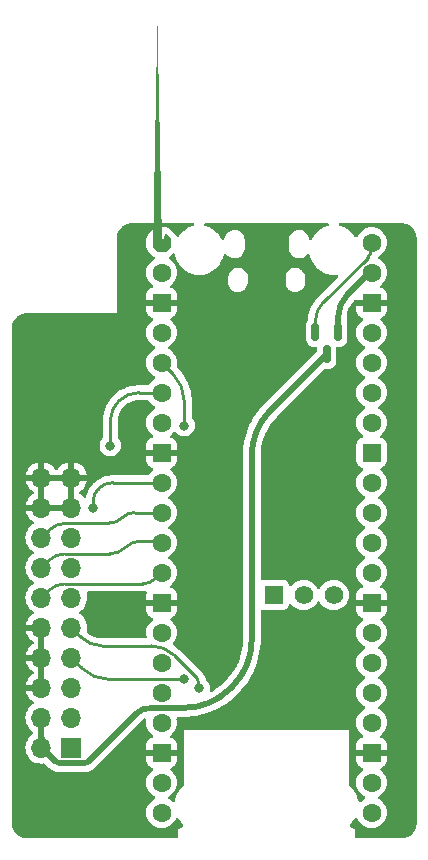
<source format=gbr>
%TF.GenerationSoftware,KiCad,Pcbnew,7.0.2*%
%TF.CreationDate,2023-04-28T15:55:32+02:00*%
%TF.ProjectId,picow_adapter,7069636f-775f-4616-9461-707465722e6b,rev?*%
%TF.SameCoordinates,Original*%
%TF.FileFunction,Copper,L2,Bot*%
%TF.FilePolarity,Positive*%
%FSLAX46Y46*%
G04 Gerber Fmt 4.6, Leading zero omitted, Abs format (unit mm)*
G04 Created by KiCad (PCBNEW 7.0.2) date 2023-04-28 15:55:32*
%MOMM*%
%LPD*%
G01*
G04 APERTURE LIST*
G04 Aperture macros list*
%AMRoundRect*
0 Rectangle with rounded corners*
0 $1 Rounding radius*
0 $2 $3 $4 $5 $6 $7 $8 $9 X,Y pos of 4 corners*
0 Add a 4 corners polygon primitive as box body*
4,1,4,$2,$3,$4,$5,$6,$7,$8,$9,$2,$3,0*
0 Add four circle primitives for the rounded corners*
1,1,$1+$1,$2,$3*
1,1,$1+$1,$4,$5*
1,1,$1+$1,$6,$7*
1,1,$1+$1,$8,$9*
0 Add four rect primitives between the rounded corners*
20,1,$1+$1,$2,$3,$4,$5,0*
20,1,$1+$1,$4,$5,$6,$7,0*
20,1,$1+$1,$6,$7,$8,$9,0*
20,1,$1+$1,$8,$9,$2,$3,0*%
%AMFreePoly0*
4,1,58,0.281242,0.792533,0.314585,0.788777,0.324216,0.782725,0.335306,0.780194,0.361541,0.759271,0.389950,0.741421,0.741421,0.389950,0.759271,0.361541,0.780194,0.335306,0.782725,0.324216,0.788777,0.314585,0.792533,0.281242,0.800000,0.248529,0.800000,-0.248529,0.792533,-0.281242,0.788777,-0.314585,0.782725,-0.324216,0.780194,-0.335306,0.759271,-0.361541,0.741421,-0.389950,
0.389950,-0.741421,0.361541,-0.759271,0.335306,-0.780194,0.324216,-0.782725,0.314585,-0.788777,0.281242,-0.792533,0.248529,-0.800000,0.000000,-0.800000,-0.248529,-0.800000,-0.281242,-0.792533,-0.314585,-0.788777,-0.324216,-0.782725,-0.335306,-0.780194,-0.361541,-0.759271,-0.389950,-0.741421,-0.741421,-0.389950,-0.759271,-0.361541,-0.780194,-0.335306,-0.782725,-0.324216,-0.788777,-0.314585,
-0.792533,-0.281242,-0.800000,-0.248529,-0.800000,0.248529,-0.792533,0.281242,-0.788777,0.314585,-0.782725,0.324216,-0.780194,0.335306,-0.759271,0.361541,-0.741421,0.389950,-0.389950,0.741421,-0.361541,0.759271,-0.335306,0.780194,-0.324216,0.782725,-0.314585,0.788777,-0.281242,0.792533,-0.248529,0.800000,0.248529,0.800000,0.281242,0.792533,0.281242,0.792533,$1*%
G04 Aperture macros list end*
%TA.AperFunction,ComponentPad*%
%ADD10FreePoly0,0.000000*%
%TD*%
%TA.AperFunction,ComponentPad*%
%ADD11C,1.600000*%
%TD*%
%TA.AperFunction,ComponentPad*%
%ADD12RoundRect,0.200000X-0.600000X-0.600000X0.600000X-0.600000X0.600000X0.600000X-0.600000X0.600000X0*%
%TD*%
%TA.AperFunction,ComponentPad*%
%ADD13R,1.574800X1.574800*%
%TD*%
%TA.AperFunction,ComponentPad*%
%ADD14C,1.574800*%
%TD*%
%TA.AperFunction,ComponentPad*%
%ADD15R,1.700000X1.700000*%
%TD*%
%TA.AperFunction,ComponentPad*%
%ADD16O,1.700000X1.700000*%
%TD*%
%TA.AperFunction,SMDPad,CuDef*%
%ADD17RoundRect,0.150000X-0.150000X0.587500X-0.150000X-0.587500X0.150000X-0.587500X0.150000X0.587500X0*%
%TD*%
%TA.AperFunction,ViaPad*%
%ADD18C,0.800000*%
%TD*%
%TA.AperFunction,Conductor*%
%ADD19C,0.250000*%
%TD*%
%TA.AperFunction,Conductor*%
%ADD20C,0.500000*%
%TD*%
G04 APERTURE END LIST*
D10*
%TO.P,A1,1,GPIO0*%
%TO.N,unconnected-(A1-GPIO0-Pad1)*%
X59690000Y-42295000D03*
D11*
%TO.P,A1,2,GPIO1*%
%TO.N,unconnected-(A1-GPIO1-Pad2)*%
X59690000Y-44835000D03*
D12*
%TO.P,A1,3,GND*%
%TO.N,GND*%
X59690000Y-47375000D03*
D11*
%TO.P,A1,4,GPIO2*%
%TO.N,/HEATER_ENABLE*%
X59690000Y-49915000D03*
%TO.P,A1,5,GPIO3*%
%TO.N,/~{SHDN_3V3}*%
X59690000Y-52455000D03*
%TO.P,A1,6,GPIO4*%
%TO.N,/I2C0_SDA*%
X59690000Y-54995000D03*
%TO.P,A1,7,GPIO5*%
%TO.N,/I2C0_SCL*%
X59690000Y-57535000D03*
D12*
%TO.P,A1,8,GND*%
%TO.N,GND*%
X59690000Y-60075000D03*
D11*
%TO.P,A1,9,GPIO6*%
%TO.N,/S1_A*%
X59690000Y-62615000D03*
%TO.P,A1,10,GPIO7*%
%TO.N,/S1_B*%
X59690000Y-65155000D03*
%TO.P,A1,11,GPIO8*%
%TO.N,/S1_S*%
X59690000Y-67695000D03*
%TO.P,A1,12,GPIO9*%
%TO.N,/TSL2561_INT*%
X59690000Y-70235000D03*
D12*
%TO.P,A1,13,GND*%
%TO.N,GND*%
X59690000Y-72775000D03*
D11*
%TO.P,A1,14,GPIO10*%
%TO.N,unconnected-(A1-GPIO10-Pad14)*%
X59690000Y-75315000D03*
%TO.P,A1,15,GPIO11*%
%TO.N,unconnected-(A1-GPIO11-Pad15)*%
X59690000Y-77855000D03*
%TO.P,A1,16,GPIO12*%
%TO.N,unconnected-(A1-GPIO12-Pad16)*%
X59690000Y-80395000D03*
%TO.P,A1,17,GPIO13*%
%TO.N,unconnected-(A1-GPIO13-Pad17)*%
X59690000Y-82935000D03*
D12*
%TO.P,A1,18,GND*%
%TO.N,GND*%
X59690000Y-85475000D03*
D11*
%TO.P,A1,19,GPIO14*%
%TO.N,unconnected-(A1-GPIO14-Pad19)*%
X59690000Y-88015000D03*
%TO.P,A1,20,GPIO15*%
%TO.N,unconnected-(A1-GPIO15-Pad20)*%
X59690000Y-90555000D03*
%TO.P,A1,21,GPIO16*%
%TO.N,unconnected-(A1-GPIO16-Pad21)*%
X77470000Y-90555000D03*
%TO.P,A1,22,GPIO17*%
%TO.N,unconnected-(A1-GPIO17-Pad22)*%
X77470000Y-88015000D03*
D12*
%TO.P,A1,23,GND*%
%TO.N,GND*%
X77470000Y-85475000D03*
D11*
%TO.P,A1,24,GPIO18*%
%TO.N,/SPI0_SCK*%
X77470000Y-82935000D03*
%TO.P,A1,25,GPIO19*%
%TO.N,/SPI0_TX*%
X77470000Y-80395000D03*
%TO.P,A1,26,GPIO20*%
%TO.N,unconnected-(A1-GPIO20-Pad26)*%
X77470000Y-77855000D03*
%TO.P,A1,27,GPIO21*%
%TO.N,unconnected-(A1-GPIO21-Pad27)*%
X77470000Y-75315000D03*
D12*
%TO.P,A1,28,GND*%
%TO.N,GND*%
X77470000Y-72775000D03*
D11*
%TO.P,A1,29,GPIO22*%
%TO.N,unconnected-(A1-GPIO22-Pad29)*%
X77470000Y-70235000D03*
%TO.P,A1,30,RUN*%
%TO.N,/RESET*%
X77470000Y-67695000D03*
%TO.P,A1,31,GPIO26_ADC0*%
%TO.N,unconnected-(A1-GPIO26_ADC0-Pad31)*%
X77470000Y-65155000D03*
%TO.P,A1,32,GPIO27_ADC1*%
%TO.N,unconnected-(A1-GPIO27_ADC1-Pad32)*%
X77470000Y-62615000D03*
D12*
%TO.P,A1,33,AGND*%
%TO.N,unconnected-(A1-AGND-Pad33)*%
X77470000Y-60075000D03*
D11*
%TO.P,A1,34,GPIO28_ADC2*%
%TO.N,unconnected-(A1-GPIO28_ADC2-Pad34)*%
X77470000Y-57535000D03*
%TO.P,A1,35,ADC_VREF*%
%TO.N,unconnected-(A1-ADC_VREF-Pad35)*%
X77470000Y-54995000D03*
%TO.P,A1,36,3V3*%
%TO.N,unconnected-(A1-3V3-Pad36)*%
X77470000Y-52455000D03*
%TO.P,A1,37,3V3_EN*%
%TO.N,unconnected-(A1-3V3_EN-Pad37)*%
X77470000Y-49915000D03*
D12*
%TO.P,A1,38,GND*%
%TO.N,GND*%
X77470000Y-47375000D03*
D11*
%TO.P,A1,39,VSYS*%
%TO.N,Net-(A1-VSYS)*%
X77470000Y-44835000D03*
%TO.P,A1,40,VBUS*%
%TO.N,Net-(A1-VBUS)*%
X77470000Y-42295000D03*
D13*
%TO.P,A1,41,SWCLK*%
%TO.N,unconnected-(A1-SWCLK-Pad41)*%
X69164200Y-72125000D03*
D14*
%TO.P,A1,42,SWGND*%
%TO.N,unconnected-(A1-SWGND-Pad42)*%
X71704200Y-72125000D03*
%TO.P,A1,43,SWDIO*%
%TO.N,unconnected-(A1-SWDIO-Pad43)*%
X74244200Y-72125000D03*
%TD*%
D15*
%TO.P,J1,1,Pin_1*%
%TO.N,/~{SHDN_3V3}*%
X52050000Y-85060000D03*
D16*
%TO.P,J1,2,Pin_2*%
%TO.N,+5V*%
X49510000Y-85060000D03*
%TO.P,J1,3,Pin_3*%
%TO.N,/I2C0_SDA*%
X52050000Y-82520000D03*
%TO.P,J1,4,Pin_4*%
%TO.N,+5V*%
X49510000Y-82520000D03*
%TO.P,J1,5,Pin_5*%
%TO.N,/I2C0_SCL*%
X52050000Y-79980000D03*
%TO.P,J1,6,Pin_6*%
%TO.N,GND*%
X49510000Y-79980000D03*
%TO.P,J1,7,Pin_7*%
%TO.N,/SPI0_TX*%
X52050000Y-77440000D03*
%TO.P,J1,8,Pin_8*%
%TO.N,GND*%
X49510000Y-77440000D03*
%TO.P,J1,9,Pin_9*%
%TO.N,/SPI0_SCK*%
X52050000Y-74900000D03*
%TO.P,J1,10,Pin_10*%
%TO.N,GND*%
X49510000Y-74900000D03*
%TO.P,J1,11,Pin_11*%
%TO.N,/HEATER_ENABLE*%
X52050000Y-72360000D03*
%TO.P,J1,12,Pin_12*%
%TO.N,/TSL2561_INT*%
X49510000Y-72360000D03*
%TO.P,J1,13,Pin_13*%
%TO.N,unconnected-(J1-Pin_13-Pad13)*%
X52050000Y-69820000D03*
%TO.P,J1,14,Pin_14*%
%TO.N,/S1_S*%
X49510000Y-69820000D03*
%TO.P,J1,15,Pin_15*%
%TO.N,/S1_A*%
X52050000Y-67280000D03*
%TO.P,J1,16,Pin_16*%
%TO.N,/S1_B*%
X49510000Y-67280000D03*
%TO.P,J1,17,Pin_17*%
%TO.N,GND*%
X52050000Y-64740000D03*
%TO.P,J1,18,Pin_18*%
X49510000Y-64740000D03*
%TO.P,J1,19,Pin_19*%
X52050000Y-62200000D03*
%TO.P,J1,20,Pin_20*%
X49510000Y-62200000D03*
%TD*%
D17*
%TO.P,Q1,1,G*%
%TO.N,Net-(A1-VBUS)*%
X72710000Y-49862500D03*
%TO.P,Q1,2,S*%
%TO.N,Net-(A1-VSYS)*%
X74610000Y-49862500D03*
%TO.P,Q1,3,D*%
%TO.N,+5V*%
X73660000Y-51737500D03*
%TD*%
D18*
%TO.N,GND*%
X53340000Y-52832000D03*
%TO.N,/I2C0_SDA*%
X55334500Y-59475511D03*
%TO.N,/SPI0_SCK*%
X62865000Y-79994500D03*
%TO.N,/SPI0_TX*%
X61595000Y-79270000D03*
%TO.N,/~{SHDN_3V3}*%
X61595000Y-57785000D03*
%TO.N,/S1_A*%
X53885500Y-64770000D03*
%TD*%
D19*
%TO.N,/I2C0_SDA*%
X57776516Y-54995000D02*
X59690000Y-54995000D01*
X55334500Y-59475511D02*
X55336861Y-59473150D01*
X55336861Y-59473150D02*
X55336861Y-57277112D01*
X57776516Y-54995007D02*
G75*
G03*
X56049750Y-55710250I-16J-2441993D01*
G01*
X56049755Y-55710255D02*
G75*
G03*
X55336861Y-57277112I1745645J-1739845D01*
G01*
%TO.N,/SPI0_SCK*%
X62865000Y-79994500D02*
X62865000Y-79684750D01*
X52820000Y-75670000D02*
X52050000Y-74900000D01*
X54678944Y-76440000D02*
X58848958Y-76440000D01*
X62645973Y-79155973D02*
X60694412Y-77204412D01*
X60694440Y-77204384D02*
G75*
G03*
X58848958Y-76440000I-1845440J-1845516D01*
G01*
X62865036Y-79684750D02*
G75*
G03*
X62645973Y-79155973I-747836J-50D01*
G01*
X52819987Y-75670013D02*
G75*
G03*
X54678944Y-76440000I1858913J1858913D01*
G01*
%TO.N,/SPI0_TX*%
X52965000Y-78355000D02*
X52050000Y-77440000D01*
X55174005Y-79270000D02*
X61595000Y-79270000D01*
X52964998Y-78355002D02*
G75*
G03*
X55174005Y-79270000I2209002J2209002D01*
G01*
D20*
%TO.N,Net-(A1-VSYS)*%
X77209440Y-44903059D02*
X75444386Y-46668113D01*
X77373750Y-44835000D02*
X77470000Y-44835000D01*
X74610000Y-48682500D02*
X74610000Y-49862500D01*
X75444381Y-46668108D02*
G75*
G03*
X74610000Y-48682500I2014419J-2014392D01*
G01*
X77373750Y-44835044D02*
G75*
G03*
X77209440Y-44903059I-50J-232356D01*
G01*
D19*
%TO.N,Net-(A1-VBUS)*%
X77470000Y-42769504D02*
X77470000Y-42295000D01*
X72710000Y-48933254D02*
X72710000Y-49862500D01*
X77134474Y-43579534D02*
X73367075Y-47346933D01*
X73367098Y-47346956D02*
G75*
G03*
X72710000Y-48933254I1586302J-1586344D01*
G01*
X77134482Y-43579542D02*
G75*
G03*
X77470000Y-42769504I-810082J810042D01*
G01*
D20*
%TO.N,+5V*%
X49510000Y-84140761D02*
X49510000Y-82520000D01*
X68903792Y-56493707D02*
X73660000Y-51737500D01*
X50160000Y-85710000D02*
X50663667Y-86213667D01*
X51016946Y-86360000D02*
X53194257Y-86360000D01*
X57502371Y-82197629D02*
X53443051Y-86256946D01*
X61599920Y-81685000D02*
X58739967Y-81685000D01*
X67310000Y-75974920D02*
X67310000Y-60341463D01*
X65447676Y-80091207D02*
X65716206Y-79822676D01*
X61599920Y-81684998D02*
G75*
G03*
X65447675Y-80091206I-20J5441598D01*
G01*
X58739967Y-81684970D02*
G75*
G03*
X57502371Y-82197629I33J-1750230D01*
G01*
X65716207Y-79822677D02*
G75*
G03*
X67310000Y-75974920I-3847807J3847777D01*
G01*
X68903791Y-56493706D02*
G75*
G03*
X67310000Y-60341463I3847759J-3847754D01*
G01*
X50663646Y-86213688D02*
G75*
G03*
X51016946Y-86360000I353254J353288D01*
G01*
X49510017Y-84140761D02*
G75*
G03*
X50160001Y-85709999I2219183J-39D01*
G01*
X53194257Y-86359954D02*
G75*
G03*
X53443051Y-86256946I43J351854D01*
G01*
D19*
%TO.N,/~{SHDN_3V3}*%
X60642500Y-53407500D02*
X59690000Y-52455000D01*
X61595000Y-57785000D02*
X61595000Y-55707038D01*
X61594984Y-55707038D02*
G75*
G03*
X60642500Y-53407500I-3251984J38D01*
G01*
%TO.N,/TSL2561_INT*%
X58068248Y-71185000D02*
X51515850Y-71185000D01*
X50097500Y-71772500D02*
X49510000Y-72360000D01*
X59215000Y-70710000D02*
X59690000Y-70235000D01*
X51515850Y-71185021D02*
G75*
G03*
X50097500Y-71772500I-50J-2005779D01*
G01*
X58068248Y-71185020D02*
G75*
G03*
X59215000Y-70710000I-48J1621820D01*
G01*
%TO.N,/S1_S*%
X50097500Y-69232500D02*
X49510000Y-69820000D01*
X51515850Y-68645000D02*
X55304617Y-68645000D01*
X59466369Y-67564000D02*
X57914382Y-67564000D01*
X59624500Y-67629500D02*
X59690000Y-67695000D01*
X51515850Y-68645021D02*
G75*
G03*
X50097500Y-69232500I-50J-2005779D01*
G01*
X59624509Y-67629491D02*
G75*
G03*
X59466369Y-67564000I-158109J-158109D01*
G01*
X55304617Y-68645007D02*
G75*
G03*
X56609500Y-68104500I-17J1845407D01*
G01*
X57914382Y-67563993D02*
G75*
G03*
X56609500Y-68104500I18J-1845407D01*
G01*
%TO.N,/S1_A*%
X54372749Y-63102249D02*
X54302869Y-63172130D01*
X55549075Y-62615000D02*
X59690000Y-62615000D01*
X53885500Y-64179750D02*
X53885500Y-64770000D01*
X54302842Y-63172103D02*
G75*
G03*
X53885500Y-64179750I1007658J-1007597D01*
G01*
X55549075Y-62614989D02*
G75*
G03*
X54372749Y-63102249I25J-1663611D01*
G01*
%TO.N,/S1_B*%
X57390789Y-65155000D02*
X59690000Y-65155000D01*
X50130000Y-66660000D02*
X49510000Y-67280000D01*
X51626812Y-66040000D02*
X55254210Y-66040000D01*
X51626812Y-66040006D02*
G75*
G03*
X50130001Y-66660001I-12J-2116794D01*
G01*
X57390789Y-65154996D02*
G75*
G03*
X56322500Y-65597500I11J-1510804D01*
G01*
X55254210Y-66040004D02*
G75*
G03*
X56322500Y-65597500I-10J1510804D01*
G01*
%TD*%
%TA.AperFunction,Conductor*%
%TO.N,GND*%
G36*
X62410372Y-40660185D02*
G01*
X62456127Y-40712989D01*
X62466071Y-40782147D01*
X62437046Y-40845703D01*
X62378268Y-40883477D01*
X62368561Y-40885906D01*
X62316119Y-40896803D01*
X62316113Y-40896804D01*
X62311968Y-40897666D01*
X62307980Y-40899083D01*
X62307974Y-40899085D01*
X62045199Y-40992475D01*
X62045188Y-40992479D01*
X62041203Y-40993896D01*
X62037450Y-40995840D01*
X62037440Y-40995845D01*
X61789826Y-41124149D01*
X61789818Y-41124153D01*
X61786064Y-41126099D01*
X61782603Y-41128541D01*
X61782598Y-41128545D01*
X61554764Y-41289366D01*
X61554752Y-41289375D01*
X61551302Y-41291811D01*
X61548214Y-41294694D01*
X61548209Y-41294699D01*
X61344383Y-41485059D01*
X61344374Y-41485068D01*
X61341292Y-41487947D01*
X61338628Y-41491220D01*
X61338619Y-41491231D01*
X61162615Y-41707570D01*
X61162609Y-41707578D01*
X61159945Y-41710853D01*
X61157754Y-41714455D01*
X61157744Y-41714470D01*
X61141309Y-41741497D01*
X61089657Y-41788548D01*
X61020767Y-41800205D01*
X60956510Y-41772766D01*
X60926741Y-41736879D01*
X60914402Y-41714471D01*
X60911763Y-41709678D01*
X60910463Y-41707570D01*
X60872122Y-41645385D01*
X60870155Y-41642194D01*
X60813245Y-41570829D01*
X60811023Y-41568467D01*
X60756736Y-41510754D01*
X60755180Y-41509186D01*
X60416532Y-41174091D01*
X60416527Y-41174087D01*
X60414171Y-41171755D01*
X60342806Y-41114845D01*
X60340711Y-41113438D01*
X60340705Y-41113433D01*
X60315032Y-41096184D01*
X60274372Y-41068867D01*
X60202157Y-41035201D01*
X60202156Y-41035201D01*
X60141501Y-41017623D01*
X60141481Y-41017617D01*
X60140043Y-41017201D01*
X60100010Y-41007705D01*
X60066527Y-40999763D01*
X60066524Y-40999762D01*
X60062888Y-40998900D01*
X60059173Y-40998481D01*
X60059171Y-40998481D01*
X60006372Y-40992532D01*
X59974700Y-40988963D01*
X59974690Y-40988962D01*
X59972176Y-40988679D01*
X59969650Y-40988601D01*
X59969641Y-40988601D01*
X59889795Y-40986157D01*
X59887592Y-40986149D01*
X59633385Y-40987470D01*
X59411144Y-40988661D01*
X59411140Y-40988661D01*
X59407824Y-40988679D01*
X59404540Y-40989048D01*
X59404523Y-40989050D01*
X59373628Y-40992532D01*
X59319640Y-40998615D01*
X59319636Y-40998615D01*
X59317112Y-40998900D01*
X59314637Y-40999385D01*
X59314616Y-40999389D01*
X59236194Y-41014782D01*
X59161340Y-41042037D01*
X59106008Y-41072504D01*
X59105987Y-41072516D01*
X59104678Y-41073237D01*
X59103425Y-41074008D01*
X59103383Y-41074034D01*
X59040385Y-41112877D01*
X59040378Y-41112881D01*
X59037194Y-41114845D01*
X59034270Y-41117176D01*
X59034261Y-41117183D01*
X58967800Y-41170182D01*
X58967782Y-41170197D01*
X58965829Y-41171755D01*
X58964015Y-41173460D01*
X58963998Y-41173476D01*
X58905754Y-41228264D01*
X58904186Y-41229820D01*
X58569091Y-41568467D01*
X58569078Y-41568480D01*
X58566755Y-41570829D01*
X58564685Y-41573424D01*
X58564683Y-41573427D01*
X58511424Y-41640213D01*
X58511415Y-41640224D01*
X58509845Y-41642194D01*
X58508446Y-41644276D01*
X58508433Y-41644294D01*
X58463867Y-41710628D01*
X58430201Y-41782842D01*
X58412623Y-41843498D01*
X58412615Y-41843527D01*
X58412201Y-41844957D01*
X58411848Y-41846443D01*
X58411848Y-41846445D01*
X58395617Y-41914875D01*
X58393900Y-41922112D01*
X58393481Y-41925823D01*
X58393481Y-41925828D01*
X58387532Y-41978628D01*
X58383963Y-42010299D01*
X58383962Y-42010311D01*
X58383679Y-42012824D01*
X58383601Y-42015347D01*
X58383601Y-42015358D01*
X58381157Y-42095205D01*
X58381149Y-42097408D01*
X58382470Y-42351616D01*
X58382471Y-42351616D01*
X58383679Y-42577176D01*
X58384049Y-42580460D01*
X58384050Y-42580476D01*
X58387532Y-42611372D01*
X58393900Y-42667888D01*
X58394386Y-42670365D01*
X58394389Y-42670383D01*
X58409782Y-42748805D01*
X58421622Y-42781322D01*
X58437037Y-42823659D01*
X58468237Y-42880322D01*
X58469019Y-42881591D01*
X58469034Y-42881616D01*
X58505152Y-42940195D01*
X58509845Y-42947806D01*
X58512182Y-42950736D01*
X58512183Y-42950738D01*
X58556558Y-43006385D01*
X58566755Y-43019171D01*
X58568471Y-43020995D01*
X58568476Y-43021001D01*
X58623264Y-43079246D01*
X58624820Y-43080814D01*
X58963467Y-43415908D01*
X58965829Y-43418245D01*
X59037194Y-43475155D01*
X59056355Y-43488028D01*
X59101025Y-43541752D01*
X59109558Y-43611098D01*
X59079245Y-43674050D01*
X59039619Y-43703334D01*
X59037268Y-43704430D01*
X58850859Y-43834953D01*
X58689953Y-43995859D01*
X58559432Y-44182264D01*
X58463261Y-44388502D01*
X58404364Y-44608310D01*
X58384531Y-44835000D01*
X58404364Y-45061689D01*
X58463261Y-45281497D01*
X58559432Y-45487735D01*
X58689953Y-45674140D01*
X58850859Y-45835046D01*
X58922000Y-45884859D01*
X58965625Y-45939435D01*
X58972819Y-46008934D01*
X58941297Y-46071289D01*
X58887768Y-46104819D01*
X58800602Y-46131981D01*
X58655124Y-46219925D01*
X58534925Y-46340124D01*
X58446980Y-46485603D01*
X58396409Y-46647893D01*
X58390255Y-46715615D01*
X58390000Y-46721244D01*
X58390000Y-47125000D01*
X59256314Y-47125000D01*
X59230507Y-47165156D01*
X59190000Y-47303111D01*
X59190000Y-47446889D01*
X59230507Y-47584844D01*
X59256314Y-47625000D01*
X58390001Y-47625000D01*
X58390001Y-48028753D01*
X58390256Y-48034389D01*
X58396408Y-48102104D01*
X58446981Y-48264397D01*
X58534925Y-48409875D01*
X58655124Y-48530074D01*
X58800599Y-48618016D01*
X58887767Y-48645179D01*
X58945915Y-48683917D01*
X58973889Y-48747942D01*
X58962808Y-48816927D01*
X58922001Y-48865140D01*
X58850857Y-48914955D01*
X58689953Y-49075859D01*
X58559432Y-49262264D01*
X58463261Y-49468502D01*
X58404364Y-49688310D01*
X58384531Y-49914999D01*
X58404364Y-50141689D01*
X58463261Y-50361497D01*
X58559432Y-50567735D01*
X58689953Y-50754140D01*
X58850859Y-50915046D01*
X58926602Y-50968081D01*
X59037266Y-51045568D01*
X59095275Y-51072618D01*
X59147714Y-51118791D01*
X59166865Y-51185985D01*
X59146649Y-51252866D01*
X59095275Y-51297382D01*
X59037263Y-51324433D01*
X58850859Y-51454953D01*
X58689953Y-51615859D01*
X58559432Y-51802264D01*
X58463261Y-52008502D01*
X58404364Y-52228310D01*
X58384531Y-52455000D01*
X58404364Y-52681689D01*
X58463261Y-52901497D01*
X58559432Y-53107735D01*
X58689953Y-53294140D01*
X58850859Y-53455046D01*
X59037263Y-53585566D01*
X59037266Y-53585568D01*
X59095275Y-53612618D01*
X59147714Y-53658791D01*
X59166865Y-53725985D01*
X59146649Y-53792866D01*
X59095275Y-53837382D01*
X59037263Y-53864433D01*
X58850859Y-53994953D01*
X58689953Y-54155859D01*
X58577387Y-54316623D01*
X58522811Y-54360248D01*
X58475812Y-54369500D01*
X57737166Y-54369500D01*
X57737130Y-54369504D01*
X57737058Y-54369506D01*
X57625823Y-54369506D01*
X57622806Y-54369803D01*
X57622788Y-54369804D01*
X57328896Y-54398749D01*
X57328878Y-54398751D01*
X57325879Y-54399047D01*
X57322926Y-54399634D01*
X57322908Y-54399637D01*
X57033258Y-54457250D01*
X57033245Y-54457253D01*
X57030275Y-54457844D01*
X57027369Y-54458725D01*
X57027363Y-54458727D01*
X56744759Y-54544453D01*
X56744746Y-54544457D01*
X56741857Y-54545334D01*
X56739050Y-54546496D01*
X56739049Y-54546497D01*
X56466221Y-54659504D01*
X56466201Y-54659513D01*
X56463404Y-54660672D01*
X56460727Y-54662102D01*
X56460714Y-54662109D01*
X56200288Y-54801309D01*
X56200278Y-54801314D01*
X56197597Y-54802748D01*
X56195073Y-54804433D01*
X56195057Y-54804444D01*
X55949541Y-54968491D01*
X55949520Y-54968506D01*
X55946996Y-54970193D01*
X55944645Y-54972121D01*
X55944632Y-54972132D01*
X55716375Y-55159457D01*
X55716358Y-55159471D01*
X55714014Y-55161396D01*
X55711870Y-55163539D01*
X55711850Y-55163558D01*
X55671304Y-55204104D01*
X55670323Y-55204875D01*
X55606722Y-55268686D01*
X55543831Y-55331578D01*
X55542893Y-55332777D01*
X55497699Y-55378149D01*
X55495491Y-55380366D01*
X55493520Y-55382793D01*
X55493514Y-55382801D01*
X55298818Y-55622676D01*
X55298811Y-55622685D01*
X55296831Y-55625125D01*
X55295114Y-55627745D01*
X55295104Y-55627760D01*
X55142810Y-55860272D01*
X55124107Y-55888827D01*
X55122647Y-55891643D01*
X55122646Y-55891647D01*
X54980567Y-56165924D01*
X54980562Y-56165934D01*
X54979111Y-56168736D01*
X54977956Y-56171661D01*
X54977948Y-56171679D01*
X54864513Y-56458991D01*
X54864505Y-56459013D01*
X54863348Y-56461945D01*
X54862495Y-56464975D01*
X54862489Y-56464996D01*
X54778872Y-56762378D01*
X54778868Y-56762392D01*
X54778020Y-56765411D01*
X54777483Y-56768497D01*
X54777480Y-56768512D01*
X54724551Y-57072885D01*
X54724548Y-57072902D01*
X54724013Y-57075984D01*
X54723791Y-57079111D01*
X54723791Y-57079120D01*
X54717704Y-57165262D01*
X54714117Y-57187355D01*
X54711361Y-57198090D01*
X54711361Y-57250781D01*
X54711055Y-57259485D01*
X54707572Y-57308970D01*
X54709544Y-57320356D01*
X54711361Y-57341507D01*
X54711361Y-58774201D01*
X54691676Y-58841240D01*
X54679511Y-58857173D01*
X54601966Y-58943294D01*
X54507320Y-59107226D01*
X54448826Y-59287253D01*
X54429040Y-59475511D01*
X54448826Y-59663768D01*
X54507320Y-59843795D01*
X54601966Y-60007727D01*
X54728629Y-60148400D01*
X54881769Y-60259662D01*
X55054697Y-60336655D01*
X55239852Y-60376011D01*
X55239854Y-60376011D01*
X55429148Y-60376011D01*
X55552583Y-60349773D01*
X55614303Y-60336655D01*
X55787230Y-60259662D01*
X55940371Y-60148399D01*
X56067033Y-60007727D01*
X56161679Y-59843795D01*
X56220174Y-59663767D01*
X56239960Y-59475511D01*
X56220174Y-59287255D01*
X56161679Y-59107227D01*
X56161679Y-59107226D01*
X56067033Y-58943294D01*
X55994211Y-58862417D01*
X55963981Y-58799425D01*
X55962361Y-58779445D01*
X55962361Y-57317242D01*
X55963403Y-57301204D01*
X55969412Y-57255137D01*
X55988135Y-57111595D01*
X55990905Y-57097127D01*
X56041056Y-56899578D01*
X56045516Y-56885561D01*
X56118761Y-56695330D01*
X56124849Y-56681949D01*
X56220138Y-56501761D01*
X56227776Y-56489188D01*
X56343770Y-56321574D01*
X56352844Y-56309998D01*
X56487264Y-56158054D01*
X56498365Y-56147001D01*
X56664592Y-56001226D01*
X56677444Y-55991365D01*
X56861501Y-55868382D01*
X56875537Y-55860278D01*
X57074091Y-55762363D01*
X57089046Y-55756169D01*
X57298673Y-55685011D01*
X57314319Y-55680817D01*
X57531448Y-55637629D01*
X57547510Y-55635515D01*
X57772580Y-55620764D01*
X57780679Y-55620500D01*
X57852461Y-55620500D01*
X58475812Y-55620500D01*
X58542851Y-55640185D01*
X58577387Y-55673377D01*
X58689953Y-55834140D01*
X58850859Y-55995046D01*
X58859698Y-56001235D01*
X59037266Y-56125568D01*
X59095273Y-56152617D01*
X59147713Y-56198789D01*
X59166865Y-56265982D01*
X59146650Y-56332864D01*
X59095276Y-56377380D01*
X59037266Y-56404431D01*
X58850859Y-56534953D01*
X58689953Y-56695859D01*
X58559432Y-56882264D01*
X58463261Y-57088502D01*
X58404364Y-57308310D01*
X58384531Y-57535000D01*
X58404364Y-57761689D01*
X58463261Y-57981497D01*
X58559432Y-58187735D01*
X58689953Y-58374140D01*
X58850859Y-58535046D01*
X58922000Y-58584859D01*
X58965625Y-58639435D01*
X58972819Y-58708934D01*
X58941297Y-58771289D01*
X58887768Y-58804819D01*
X58800602Y-58831981D01*
X58655124Y-58919925D01*
X58534925Y-59040124D01*
X58446980Y-59185603D01*
X58396409Y-59347893D01*
X58390255Y-59415615D01*
X58390000Y-59421244D01*
X58390000Y-59825000D01*
X59256314Y-59825000D01*
X59230507Y-59865156D01*
X59190000Y-60003111D01*
X59190000Y-60146889D01*
X59230507Y-60284844D01*
X59256314Y-60325000D01*
X58390001Y-60325000D01*
X58390001Y-60728753D01*
X58390256Y-60734389D01*
X58396408Y-60802104D01*
X58446981Y-60964397D01*
X58534925Y-61109875D01*
X58655124Y-61230074D01*
X58800599Y-61318016D01*
X58887767Y-61345179D01*
X58945915Y-61383917D01*
X58973889Y-61447942D01*
X58962808Y-61516927D01*
X58922001Y-61565140D01*
X58850857Y-61614955D01*
X58689953Y-61775859D01*
X58577387Y-61936623D01*
X58522811Y-61980248D01*
X58475812Y-61989500D01*
X55640283Y-61989500D01*
X55640275Y-61989499D01*
X55600438Y-61989499D01*
X55600400Y-61989488D01*
X55423998Y-61989490D01*
X55423981Y-61989490D01*
X55420514Y-61989491D01*
X55417055Y-61989880D01*
X55417050Y-61989881D01*
X55168481Y-62017890D01*
X55168463Y-62017893D01*
X55165029Y-62018280D01*
X55161652Y-62019050D01*
X55161645Y-62019052D01*
X54917764Y-62074719D01*
X54917747Y-62074723D01*
X54914373Y-62075494D01*
X54911098Y-62076639D01*
X54911084Y-62076644D01*
X54674984Y-62159261D01*
X54674976Y-62159264D01*
X54671699Y-62160411D01*
X54668577Y-62161914D01*
X54668566Y-62161919D01*
X54443183Y-62270459D01*
X54443168Y-62270467D01*
X54440058Y-62271965D01*
X54437128Y-62273805D01*
X54437119Y-62273811D01*
X54225305Y-62406904D01*
X54225292Y-62406912D01*
X54222364Y-62408753D01*
X54219661Y-62410907D01*
X54219649Y-62410917D01*
X54024064Y-62566891D01*
X54024053Y-62566900D01*
X54021353Y-62569054D01*
X54018914Y-62571492D01*
X54018906Y-62571500D01*
X53968890Y-62621515D01*
X53968886Y-62621521D01*
X53935820Y-62654588D01*
X53930454Y-62659954D01*
X53914266Y-62676139D01*
X53914238Y-62676165D01*
X53897387Y-62693017D01*
X53897274Y-62693078D01*
X53781567Y-62808792D01*
X53781559Y-62808799D01*
X53779110Y-62811250D01*
X53776950Y-62813958D01*
X53776939Y-62813971D01*
X53637693Y-62988591D01*
X53637686Y-62988599D01*
X53635520Y-62991317D01*
X53633672Y-62994256D01*
X53633665Y-62994268D01*
X53514844Y-63183385D01*
X53514838Y-63183394D01*
X53512995Y-63186329D01*
X53511490Y-63189454D01*
X53511488Y-63189458D01*
X53414580Y-63390703D01*
X53414572Y-63390720D01*
X53413074Y-63393833D01*
X53411929Y-63397103D01*
X53411927Y-63397110D01*
X53338162Y-63607940D01*
X53338159Y-63607949D01*
X53337015Y-63611220D01*
X53336244Y-63614594D01*
X53336241Y-63614608D01*
X53292803Y-63804950D01*
X53258696Y-63865930D01*
X53197035Y-63898789D01*
X53127398Y-63893096D01*
X53084230Y-63865042D01*
X52921081Y-63701893D01*
X52734968Y-63571575D01*
X52691344Y-63516998D01*
X52684151Y-63447499D01*
X52715673Y-63385145D01*
X52734968Y-63368425D01*
X52921081Y-63238106D01*
X53088106Y-63071081D01*
X53223600Y-62877576D01*
X53323430Y-62663492D01*
X53380636Y-62450000D01*
X52483686Y-62450000D01*
X52509493Y-62409844D01*
X52550000Y-62271889D01*
X52550000Y-62128111D01*
X52509493Y-61990156D01*
X52483686Y-61950000D01*
X53380636Y-61950000D01*
X53380635Y-61949999D01*
X53323430Y-61736507D01*
X53223599Y-61522421D01*
X53088109Y-61328921D01*
X52921081Y-61161893D01*
X52727576Y-61026399D01*
X52513492Y-60926569D01*
X52300000Y-60869364D01*
X52300000Y-61764498D01*
X52192315Y-61715320D01*
X52085763Y-61700000D01*
X52014237Y-61700000D01*
X51907685Y-61715320D01*
X51800000Y-61764498D01*
X51800000Y-60869364D01*
X51799999Y-60869364D01*
X51586507Y-60926569D01*
X51372421Y-61026400D01*
X51178921Y-61161890D01*
X51011893Y-61328918D01*
X50881575Y-61515032D01*
X50826998Y-61558656D01*
X50757499Y-61565849D01*
X50695145Y-61534327D01*
X50678425Y-61515032D01*
X50548106Y-61328918D01*
X50381081Y-61161893D01*
X50187576Y-61026399D01*
X49973492Y-60926569D01*
X49760000Y-60869364D01*
X49760000Y-61764498D01*
X49652315Y-61715320D01*
X49545763Y-61700000D01*
X49474237Y-61700000D01*
X49367685Y-61715320D01*
X49260000Y-61764498D01*
X49260000Y-60869364D01*
X49259999Y-60869364D01*
X49046507Y-60926569D01*
X48832421Y-61026400D01*
X48638921Y-61161890D01*
X48471890Y-61328921D01*
X48336400Y-61522421D01*
X48236569Y-61736507D01*
X48179364Y-61949999D01*
X48179364Y-61950000D01*
X49076314Y-61950000D01*
X49050507Y-61990156D01*
X49010000Y-62128111D01*
X49010000Y-62271889D01*
X49050507Y-62409844D01*
X49076314Y-62450000D01*
X48179364Y-62450000D01*
X48236569Y-62663492D01*
X48336399Y-62877576D01*
X48471893Y-63071081D01*
X48638918Y-63238106D01*
X48825031Y-63368425D01*
X48868656Y-63423002D01*
X48875848Y-63492501D01*
X48844326Y-63554855D01*
X48825031Y-63571575D01*
X48638918Y-63701893D01*
X48471890Y-63868921D01*
X48336400Y-64062421D01*
X48236569Y-64276507D01*
X48179364Y-64489999D01*
X48179364Y-64490000D01*
X49076314Y-64490000D01*
X49050507Y-64530156D01*
X49010000Y-64668111D01*
X49010000Y-64811889D01*
X49050507Y-64949844D01*
X49076314Y-64990000D01*
X48179364Y-64990000D01*
X48236569Y-65203492D01*
X48336399Y-65417576D01*
X48471893Y-65611081D01*
X48638918Y-65778106D01*
X48824595Y-65908119D01*
X48868219Y-65962696D01*
X48875412Y-66032195D01*
X48843890Y-66094549D01*
X48824595Y-66111269D01*
X48638595Y-66241508D01*
X48471505Y-66408598D01*
X48335965Y-66602170D01*
X48236097Y-66816336D01*
X48174936Y-67044592D01*
X48154340Y-67279999D01*
X48174936Y-67515407D01*
X48213346Y-67658755D01*
X48236097Y-67743663D01*
X48335965Y-67957830D01*
X48471505Y-68151401D01*
X48638599Y-68318495D01*
X48824160Y-68448426D01*
X48867783Y-68503002D01*
X48874976Y-68572501D01*
X48843454Y-68634855D01*
X48824159Y-68651575D01*
X48638595Y-68781508D01*
X48471505Y-68948598D01*
X48335965Y-69142170D01*
X48236097Y-69356336D01*
X48174936Y-69584592D01*
X48154340Y-69820000D01*
X48174936Y-70055407D01*
X48219709Y-70222502D01*
X48236097Y-70283663D01*
X48335965Y-70497830D01*
X48471505Y-70691401D01*
X48638599Y-70858495D01*
X48824160Y-70988426D01*
X48867783Y-71043002D01*
X48874976Y-71112501D01*
X48843454Y-71174855D01*
X48824158Y-71191575D01*
X48683982Y-71289728D01*
X48638595Y-71321508D01*
X48471505Y-71488598D01*
X48335965Y-71682170D01*
X48236097Y-71896336D01*
X48174936Y-72124592D01*
X48154340Y-72359999D01*
X48174936Y-72595407D01*
X48219709Y-72762502D01*
X48236097Y-72823663D01*
X48335965Y-73037830D01*
X48471505Y-73231401D01*
X48638599Y-73398495D01*
X48824596Y-73528732D01*
X48868219Y-73583307D01*
X48875412Y-73652806D01*
X48843890Y-73715160D01*
X48824595Y-73731880D01*
X48638919Y-73861892D01*
X48471890Y-74028921D01*
X48336400Y-74222421D01*
X48236569Y-74436507D01*
X48179364Y-74649999D01*
X48179364Y-74650000D01*
X49076314Y-74650000D01*
X49050507Y-74690156D01*
X49010000Y-74828111D01*
X49010000Y-74971889D01*
X49050507Y-75109844D01*
X49076314Y-75150000D01*
X48179364Y-75150000D01*
X48236569Y-75363492D01*
X48336399Y-75577576D01*
X48471893Y-75771081D01*
X48638918Y-75938106D01*
X48825031Y-76068425D01*
X48868656Y-76123002D01*
X48875848Y-76192501D01*
X48844326Y-76254855D01*
X48825031Y-76271575D01*
X48638918Y-76401893D01*
X48471890Y-76568921D01*
X48336400Y-76762421D01*
X48236569Y-76976507D01*
X48179364Y-77189999D01*
X48179364Y-77190000D01*
X49076314Y-77190000D01*
X49050507Y-77230156D01*
X49010000Y-77368111D01*
X49010000Y-77511889D01*
X49050507Y-77649844D01*
X49076314Y-77690000D01*
X48179364Y-77690000D01*
X48236569Y-77903492D01*
X48336399Y-78117576D01*
X48471893Y-78311081D01*
X48638918Y-78478106D01*
X48825031Y-78608425D01*
X48868656Y-78663002D01*
X48875848Y-78732501D01*
X48844326Y-78794855D01*
X48825031Y-78811575D01*
X48638918Y-78941893D01*
X48471890Y-79108921D01*
X48336400Y-79302421D01*
X48236569Y-79516507D01*
X48179364Y-79729999D01*
X48179364Y-79730000D01*
X49076314Y-79730000D01*
X49050507Y-79770156D01*
X49010000Y-79908111D01*
X49010000Y-80051889D01*
X49050507Y-80189844D01*
X49076314Y-80230000D01*
X48179364Y-80230000D01*
X48236569Y-80443492D01*
X48336399Y-80657576D01*
X48471893Y-80851081D01*
X48638918Y-81018106D01*
X48824595Y-81148119D01*
X48868219Y-81202696D01*
X48875412Y-81272195D01*
X48843890Y-81334549D01*
X48824595Y-81351269D01*
X48638595Y-81481508D01*
X48471505Y-81648598D01*
X48335965Y-81842170D01*
X48236097Y-82056336D01*
X48174936Y-82284592D01*
X48154340Y-82520000D01*
X48174936Y-82755407D01*
X48219709Y-82922502D01*
X48236097Y-82983663D01*
X48335965Y-83197830D01*
X48471505Y-83391401D01*
X48471508Y-83391404D01*
X48638596Y-83558493D01*
X48638599Y-83558495D01*
X48706623Y-83606125D01*
X48750248Y-83660700D01*
X48759500Y-83707700D01*
X48759500Y-83872298D01*
X48739815Y-83939337D01*
X48706625Y-83973872D01*
X48638597Y-84021506D01*
X48471505Y-84188598D01*
X48335965Y-84382170D01*
X48236097Y-84596336D01*
X48174936Y-84824592D01*
X48154340Y-85059999D01*
X48174936Y-85295407D01*
X48219709Y-85462502D01*
X48236097Y-85523663D01*
X48335965Y-85737830D01*
X48471505Y-85931401D01*
X48638599Y-86098495D01*
X48832170Y-86234035D01*
X49046337Y-86333903D01*
X49244396Y-86386972D01*
X49274592Y-86395063D01*
X49509999Y-86415659D01*
X49509999Y-86415658D01*
X49510000Y-86415659D01*
X49723014Y-86397022D01*
X49791513Y-86410788D01*
X49821498Y-86432866D01*
X50018707Y-86630074D01*
X50067929Y-86679296D01*
X50067958Y-86679332D01*
X50096666Y-86708038D01*
X50096714Y-86708126D01*
X50132988Y-86744396D01*
X50132988Y-86744397D01*
X50202548Y-86813950D01*
X50202565Y-86813967D01*
X50299564Y-86884432D01*
X50361770Y-86929622D01*
X50537109Y-87018947D01*
X50724264Y-87079742D01*
X50918625Y-87110509D01*
X51017015Y-87110500D01*
X53237289Y-87110500D01*
X53237966Y-87110500D01*
X53238190Y-87110473D01*
X53238672Y-87110459D01*
X53280915Y-87110465D01*
X53452282Y-87083348D01*
X53617297Y-87029758D01*
X53771899Y-86951016D01*
X53906264Y-86853429D01*
X53911321Y-86850042D01*
X53911703Y-86849659D01*
X53911706Y-86849658D01*
X53973746Y-86787617D01*
X54029421Y-86731965D01*
X54029422Y-86731962D01*
X54039020Y-86722369D01*
X54039128Y-86722234D01*
X57965003Y-82796362D01*
X57965020Y-82796350D01*
X57977289Y-82784079D01*
X57977291Y-82784079D01*
X58029626Y-82731740D01*
X58036735Y-82725168D01*
X58144943Y-82632745D01*
X58160666Y-82621321D01*
X58216452Y-82587134D01*
X58283895Y-82568889D01*
X58350498Y-82590004D01*
X58395112Y-82643774D01*
X58404770Y-82703668D01*
X58384531Y-82934999D01*
X58404364Y-83161689D01*
X58463261Y-83381497D01*
X58559432Y-83587735D01*
X58689953Y-83774140D01*
X58850859Y-83935046D01*
X58922000Y-83984859D01*
X58965625Y-84039435D01*
X58972819Y-84108934D01*
X58941297Y-84171289D01*
X58887768Y-84204819D01*
X58800602Y-84231981D01*
X58655124Y-84319925D01*
X58534925Y-84440124D01*
X58446980Y-84585603D01*
X58396409Y-84747893D01*
X58390255Y-84815615D01*
X58390000Y-84821244D01*
X58390000Y-85225000D01*
X59256314Y-85225000D01*
X59230507Y-85265156D01*
X59190000Y-85403111D01*
X59190000Y-85546889D01*
X59230507Y-85684844D01*
X59256314Y-85725000D01*
X58390001Y-85725000D01*
X58390001Y-86128753D01*
X58390256Y-86134389D01*
X58396408Y-86202104D01*
X58446981Y-86364397D01*
X58534925Y-86509875D01*
X58655124Y-86630074D01*
X58800599Y-86718016D01*
X58887767Y-86745179D01*
X58945915Y-86783917D01*
X58973889Y-86847942D01*
X58962808Y-86916927D01*
X58922001Y-86965140D01*
X58850857Y-87014955D01*
X58689953Y-87175859D01*
X58559432Y-87362264D01*
X58463261Y-87568502D01*
X58404364Y-87788310D01*
X58384531Y-88015000D01*
X58404364Y-88241689D01*
X58463261Y-88461497D01*
X58559432Y-88667735D01*
X58689953Y-88854140D01*
X58850859Y-89015046D01*
X59037263Y-89145566D01*
X59037266Y-89145568D01*
X59095275Y-89172618D01*
X59147714Y-89218791D01*
X59166865Y-89285985D01*
X59146649Y-89352866D01*
X59095275Y-89397382D01*
X59037263Y-89424433D01*
X58850859Y-89554953D01*
X58689953Y-89715859D01*
X58559432Y-89902264D01*
X58463261Y-90108502D01*
X58404364Y-90328310D01*
X58384531Y-90554999D01*
X58404364Y-90781689D01*
X58463261Y-91001497D01*
X58559432Y-91207735D01*
X58689953Y-91394140D01*
X58850859Y-91555046D01*
X59037264Y-91685567D01*
X59037265Y-91685567D01*
X59037266Y-91685568D01*
X59243504Y-91781739D01*
X59463308Y-91840635D01*
X59690000Y-91860468D01*
X59916692Y-91840635D01*
X60136496Y-91781739D01*
X60342734Y-91685568D01*
X60529139Y-91555047D01*
X60690047Y-91394139D01*
X60820568Y-91207734D01*
X60888033Y-91063055D01*
X60934203Y-91010618D01*
X61001396Y-90991466D01*
X61068278Y-91011681D01*
X61106361Y-91051033D01*
X61113673Y-91063057D01*
X61159945Y-91139147D01*
X61162614Y-91142428D01*
X61162615Y-91142429D01*
X61215744Y-91207734D01*
X61341292Y-91362053D01*
X61344381Y-91364938D01*
X61344383Y-91364940D01*
X61495764Y-91506320D01*
X61531323Y-91566465D01*
X61528720Y-91636286D01*
X61525688Y-91644397D01*
X61524534Y-91647183D01*
X61514967Y-91665702D01*
X61494640Y-91698052D01*
X61488021Y-91707567D01*
X61455476Y-91749980D01*
X61444782Y-91762174D01*
X61417174Y-91789782D01*
X61404980Y-91800476D01*
X61362567Y-91833021D01*
X61353053Y-91839639D01*
X61320702Y-91859967D01*
X61302180Y-91869536D01*
X61249591Y-91891318D01*
X61243094Y-91893798D01*
X61210597Y-91905169D01*
X61185830Y-91911066D01*
X61106362Y-91921529D01*
X61104898Y-91921694D01*
X61087033Y-91923707D01*
X61079888Y-91924111D01*
X61079500Y-91924500D01*
X61079500Y-92585500D01*
X61059815Y-92652539D01*
X61007011Y-92698294D01*
X60955500Y-92709500D01*
X48264877Y-92709500D01*
X48255147Y-92709118D01*
X48203083Y-92705020D01*
X48062427Y-92692714D01*
X48044293Y-92689760D01*
X47965590Y-92670866D01*
X47962442Y-92670067D01*
X47857205Y-92641868D01*
X47841848Y-92636655D01*
X47761531Y-92603388D01*
X47756577Y-92601208D01*
X47663224Y-92557676D01*
X47650852Y-92551028D01*
X47603554Y-92522044D01*
X47574845Y-92504451D01*
X47568513Y-92500299D01*
X47533624Y-92475869D01*
X47485839Y-92442410D01*
X47476442Y-92435135D01*
X47408023Y-92376699D01*
X47400874Y-92370090D01*
X47329908Y-92299124D01*
X47323299Y-92291975D01*
X47302545Y-92267675D01*
X47264860Y-92223551D01*
X47257594Y-92214166D01*
X47199694Y-92131477D01*
X47195547Y-92125153D01*
X47148963Y-92049135D01*
X47142329Y-92036788D01*
X47098770Y-91943376D01*
X47096622Y-91938496D01*
X47064303Y-91860468D01*
X47063343Y-91858150D01*
X47058130Y-91842793D01*
X47046791Y-91800476D01*
X47029910Y-91737476D01*
X47029153Y-91734494D01*
X47010236Y-91655698D01*
X47007285Y-91637579D01*
X46994979Y-91496916D01*
X46990880Y-91444833D01*
X46990500Y-91435131D01*
X46990500Y-49534873D01*
X46990882Y-49525145D01*
X46994979Y-49473078D01*
X47007286Y-49332412D01*
X47010238Y-49314293D01*
X47029158Y-49235486D01*
X47029901Y-49232558D01*
X47058133Y-49127196D01*
X47063343Y-49111848D01*
X47096637Y-49031469D01*
X47098754Y-49026656D01*
X47142336Y-48933196D01*
X47148954Y-48920878D01*
X47195572Y-48844806D01*
X47199673Y-48838552D01*
X47257608Y-48755812D01*
X47264843Y-48746468D01*
X47323323Y-48677996D01*
X47329883Y-48670900D01*
X47400900Y-48599883D01*
X47407996Y-48593323D01*
X47476468Y-48534843D01*
X47485812Y-48527608D01*
X47568552Y-48469673D01*
X47574806Y-48465572D01*
X47650878Y-48418954D01*
X47663196Y-48412336D01*
X47756656Y-48368754D01*
X47761469Y-48366637D01*
X47841853Y-48333341D01*
X47857196Y-48328133D01*
X47962559Y-48299901D01*
X47965469Y-48299162D01*
X48044305Y-48280235D01*
X48062416Y-48277286D01*
X48203078Y-48264979D01*
X48255167Y-48260880D01*
X48264868Y-48260500D01*
X54716553Y-48260500D01*
X54722906Y-48260000D01*
X55880000Y-48260000D01*
X55880000Y-47102909D01*
X55880500Y-47096555D01*
X55880500Y-41914875D01*
X55880882Y-41905146D01*
X55881988Y-41891090D01*
X55884983Y-41853035D01*
X55897286Y-41712412D01*
X55900238Y-41694293D01*
X55900239Y-41694290D01*
X55919158Y-41615486D01*
X55919901Y-41612558D01*
X55948133Y-41507196D01*
X55953343Y-41491848D01*
X55956155Y-41485059D01*
X55986637Y-41411469D01*
X55988754Y-41406656D01*
X56032336Y-41313196D01*
X56038954Y-41300878D01*
X56085572Y-41224806D01*
X56089673Y-41218552D01*
X56147608Y-41135812D01*
X56154843Y-41126468D01*
X56213323Y-41057996D01*
X56219883Y-41050900D01*
X56290900Y-40979883D01*
X56297996Y-40973323D01*
X56366468Y-40914843D01*
X56375812Y-40907608D01*
X56458552Y-40849673D01*
X56464806Y-40845572D01*
X56540878Y-40798954D01*
X56553196Y-40792336D01*
X56646656Y-40748754D01*
X56651469Y-40746637D01*
X56731853Y-40713341D01*
X56747196Y-40708133D01*
X56852559Y-40679901D01*
X56855469Y-40679162D01*
X56934305Y-40660235D01*
X56952416Y-40657286D01*
X57093078Y-40644979D01*
X57145167Y-40640880D01*
X57154868Y-40640500D01*
X62343333Y-40640500D01*
X62410372Y-40660185D01*
G37*
%TD.AperFunction*%
%TA.AperFunction,Conductor*%
G36*
X73810372Y-40660185D02*
G01*
X73856127Y-40712989D01*
X73866071Y-40782147D01*
X73837046Y-40845703D01*
X73778268Y-40883477D01*
X73768561Y-40885906D01*
X73716119Y-40896803D01*
X73716113Y-40896804D01*
X73711968Y-40897666D01*
X73707980Y-40899083D01*
X73707974Y-40899085D01*
X73445199Y-40992475D01*
X73445188Y-40992479D01*
X73441203Y-40993896D01*
X73437450Y-40995840D01*
X73437440Y-40995845D01*
X73189826Y-41124149D01*
X73189818Y-41124153D01*
X73186064Y-41126099D01*
X73182603Y-41128541D01*
X73182598Y-41128545D01*
X72954764Y-41289366D01*
X72954752Y-41289375D01*
X72951302Y-41291811D01*
X72948214Y-41294694D01*
X72948209Y-41294699D01*
X72744383Y-41485059D01*
X72744374Y-41485068D01*
X72741292Y-41487947D01*
X72738628Y-41491220D01*
X72738619Y-41491231D01*
X72562615Y-41707570D01*
X72562609Y-41707578D01*
X72559945Y-41710853D01*
X72557751Y-41714460D01*
X72557748Y-41714465D01*
X72412839Y-41952756D01*
X72412834Y-41952764D01*
X72410639Y-41956375D01*
X72399290Y-41982503D01*
X72386700Y-42011488D01*
X72341936Y-42065134D01*
X72275275Y-42086064D01*
X72207880Y-42067630D01*
X72161150Y-42015687D01*
X72149693Y-41975491D01*
X72142625Y-41910500D01*
X72140514Y-41891090D01*
X72081444Y-41715779D01*
X71986070Y-41557264D01*
X71858849Y-41422959D01*
X71705730Y-41319142D01*
X71705729Y-41319141D01*
X71705727Y-41319140D01*
X71533878Y-41250669D01*
X71442595Y-41235704D01*
X71351317Y-41220740D01*
X71351314Y-41220740D01*
X71166592Y-41230754D01*
X70988341Y-41280245D01*
X70824896Y-41366899D01*
X70683899Y-41486663D01*
X70571944Y-41633936D01*
X70494268Y-41801830D01*
X70456043Y-41975491D01*
X70454500Y-41982503D01*
X70454500Y-42821113D01*
X70454862Y-42824448D01*
X70454863Y-42824453D01*
X70469485Y-42958908D01*
X70490407Y-43021001D01*
X70528556Y-43134221D01*
X70623930Y-43292736D01*
X70751151Y-43427041D01*
X70904270Y-43530858D01*
X70904271Y-43530858D01*
X70904272Y-43530859D01*
X71076121Y-43599330D01*
X71076123Y-43599330D01*
X71076125Y-43599331D01*
X71258683Y-43629260D01*
X71443407Y-43619245D01*
X71621659Y-43569754D01*
X71785104Y-43483100D01*
X71926100Y-43363337D01*
X71994132Y-43273841D01*
X72050373Y-43232384D01*
X72120100Y-43227915D01*
X72181174Y-43261852D01*
X72214206Y-43323420D01*
X72215693Y-43331998D01*
X72218051Y-43349158D01*
X72218052Y-43349161D01*
X72218629Y-43353358D01*
X72219768Y-43357424D01*
X72219771Y-43357437D01*
X72284903Y-43589896D01*
X72296156Y-43630058D01*
X72297837Y-43633929D01*
X72297841Y-43633939D01*
X72408950Y-43889738D01*
X72408953Y-43889745D01*
X72410639Y-43893625D01*
X72559945Y-44139147D01*
X72741292Y-44362053D01*
X72951302Y-44558189D01*
X72954761Y-44560630D01*
X72954764Y-44560633D01*
X72964796Y-44567714D01*
X73186064Y-44723901D01*
X73441203Y-44856104D01*
X73711968Y-44952334D01*
X73993314Y-45010798D01*
X74208248Y-45025500D01*
X74210372Y-45025500D01*
X74349628Y-45025500D01*
X74351752Y-45025500D01*
X74507002Y-45014880D01*
X74575227Y-45029944D01*
X74624479Y-45079502D01*
X74639119Y-45147820D01*
X74614499Y-45213209D01*
X74603144Y-45226272D01*
X72897306Y-46932110D01*
X72897290Y-46932126D01*
X72896955Y-46932462D01*
X72896857Y-46932586D01*
X72896625Y-46932834D01*
X72827307Y-47002151D01*
X72827287Y-47002172D01*
X72825148Y-47004312D01*
X72823226Y-47006653D01*
X72823215Y-47006666D01*
X72648252Y-47219852D01*
X72648238Y-47219870D01*
X72646324Y-47222203D01*
X72644642Y-47224720D01*
X72644634Y-47224731D01*
X72491412Y-47454038D01*
X72491407Y-47454045D01*
X72489718Y-47456574D01*
X72488285Y-47459253D01*
X72488280Y-47459263D01*
X72358272Y-47702479D01*
X72358266Y-47702491D01*
X72356837Y-47705165D01*
X72355676Y-47707965D01*
X72355672Y-47707976D01*
X72250132Y-47962760D01*
X72250126Y-47962774D01*
X72248963Y-47965584D01*
X72248083Y-47968483D01*
X72248075Y-47968507D01*
X72168019Y-48232405D01*
X72167134Y-48235323D01*
X72166542Y-48238294D01*
X72166539Y-48238310D01*
X72112728Y-48508808D01*
X72112725Y-48508824D01*
X72112137Y-48511783D01*
X72111839Y-48514798D01*
X72111840Y-48514798D01*
X72084672Y-48790578D01*
X72058509Y-48855364D01*
X72048955Y-48866097D01*
X72041921Y-48873131D01*
X71958255Y-49014602D01*
X71912402Y-49172427D01*
X71909691Y-49206871D01*
X71909690Y-49206886D01*
X71909500Y-49209306D01*
X71909500Y-50515694D01*
X71909690Y-50518114D01*
X71909691Y-50518128D01*
X71912402Y-50552572D01*
X71958255Y-50710397D01*
X71958256Y-50710398D01*
X72041919Y-50851865D01*
X72158135Y-50968081D01*
X72289156Y-51045566D01*
X72299602Y-51051744D01*
X72457427Y-51097597D01*
X72457431Y-51097598D01*
X72494306Y-51100500D01*
X72735500Y-51100500D01*
X72802539Y-51120185D01*
X72848294Y-51172989D01*
X72859500Y-51224500D01*
X72859500Y-51425268D01*
X72839815Y-51492307D01*
X72823181Y-51512949D01*
X68431694Y-55904435D01*
X68431691Y-55904436D01*
X68218311Y-56117817D01*
X68218297Y-56117831D01*
X68216730Y-56119399D01*
X68215281Y-56121070D01*
X68215270Y-56121083D01*
X67928541Y-56451986D01*
X67928531Y-56451997D01*
X67927086Y-56453666D01*
X67925759Y-56455437D01*
X67925749Y-56455451D01*
X67663355Y-56805968D01*
X67663339Y-56805990D01*
X67662026Y-56807745D01*
X67660838Y-56809592D01*
X67660830Y-56809605D01*
X67424090Y-57177981D01*
X67424078Y-57177999D01*
X67422902Y-57179831D01*
X67421856Y-57181744D01*
X67421845Y-57181765D01*
X67211997Y-57566073D01*
X67211991Y-57566084D01*
X67210930Y-57568028D01*
X67210007Y-57570048D01*
X67210002Y-57570059D01*
X67028111Y-57968346D01*
X67028102Y-57968365D01*
X67027193Y-57970358D01*
X67026430Y-57972402D01*
X67026424Y-57972418D01*
X66873391Y-58382714D01*
X66873383Y-58382735D01*
X66872625Y-58384770D01*
X66872006Y-58386876D01*
X66872005Y-58386881D01*
X66748642Y-58807018D01*
X66748636Y-58807041D01*
X66748016Y-58809153D01*
X66747547Y-58811305D01*
X66747542Y-58811328D01*
X66654470Y-59239172D01*
X66653998Y-59241344D01*
X66653684Y-59243522D01*
X66653682Y-59243538D01*
X66593263Y-59663768D01*
X66591053Y-59679142D01*
X66590896Y-59681331D01*
X66590894Y-59681354D01*
X66577749Y-59865156D01*
X66559500Y-60120314D01*
X66559500Y-60253741D01*
X66559500Y-60253742D01*
X66559500Y-68078591D01*
X66559499Y-75947390D01*
X66559500Y-75947400D01*
X66559500Y-75972491D01*
X66559404Y-75977360D01*
X66545229Y-76338106D01*
X66544465Y-76347812D01*
X66502315Y-76703921D01*
X66500792Y-76713537D01*
X66430833Y-77065242D01*
X66428560Y-77074710D01*
X66331224Y-77419835D01*
X66328216Y-77429095D01*
X66204096Y-77765536D01*
X66200370Y-77774530D01*
X66050243Y-78100184D01*
X66045822Y-78108860D01*
X65870600Y-78421741D01*
X65865513Y-78430043D01*
X65666293Y-78728197D01*
X65660571Y-78736073D01*
X65438563Y-79017691D01*
X65432239Y-79025095D01*
X65187230Y-79290146D01*
X65183856Y-79293656D01*
X64940402Y-79537113D01*
X64918717Y-79558797D01*
X64915207Y-79562172D01*
X64650093Y-79807238D01*
X64642689Y-79813561D01*
X64361067Y-80035573D01*
X64353191Y-80041296D01*
X64218724Y-80131144D01*
X64085918Y-80219882D01*
X64055047Y-80240509D01*
X64046745Y-80245597D01*
X63934080Y-80308692D01*
X63865970Y-80324274D01*
X63800248Y-80300559D01*
X63757780Y-80245077D01*
X63750170Y-80187540D01*
X63750672Y-80182761D01*
X63750674Y-80182756D01*
X63770460Y-79994500D01*
X63750674Y-79806244D01*
X63692179Y-79626216D01*
X63692179Y-79626215D01*
X63597533Y-79462283D01*
X63470872Y-79321613D01*
X63470126Y-79321071D01*
X63468585Y-79319073D01*
X63462150Y-79311926D01*
X63462695Y-79311435D01*
X63427459Y-79265742D01*
X63423238Y-79252857D01*
X63420417Y-79242330D01*
X63351516Y-79076014D01*
X63261495Y-78920115D01*
X63178201Y-78811575D01*
X63154366Y-78780516D01*
X63154363Y-78780513D01*
X63151897Y-78777299D01*
X63110666Y-78736073D01*
X63088246Y-78713655D01*
X63079578Y-78704988D01*
X61201201Y-76826610D01*
X61201194Y-76826601D01*
X61173512Y-76798920D01*
X61173445Y-76798798D01*
X61026495Y-76651851D01*
X61026484Y-76651841D01*
X61024334Y-76649691D01*
X60946705Y-76585985D01*
X60780951Y-76449960D01*
X60780949Y-76449958D01*
X60778599Y-76448030D01*
X60776064Y-76446336D01*
X60674971Y-76378790D01*
X60630165Y-76325179D01*
X60621456Y-76255854D01*
X60651610Y-76192826D01*
X60656166Y-76188019D01*
X60690047Y-76154139D01*
X60820568Y-75967734D01*
X60916739Y-75761496D01*
X60975635Y-75541692D01*
X60995468Y-75315000D01*
X60993272Y-75289905D01*
X60975635Y-75088310D01*
X60975635Y-75088308D01*
X60916739Y-74868504D01*
X60820568Y-74662266D01*
X60811980Y-74650000D01*
X60690046Y-74475859D01*
X60529140Y-74314953D01*
X60457999Y-74265140D01*
X60414374Y-74210563D01*
X60407180Y-74141065D01*
X60438703Y-74078710D01*
X60492232Y-74045179D01*
X60579400Y-74018016D01*
X60724875Y-73930074D01*
X60845074Y-73809875D01*
X60933019Y-73664396D01*
X60983590Y-73502106D01*
X60989744Y-73434384D01*
X60990000Y-73428755D01*
X60990000Y-73025000D01*
X60123686Y-73025000D01*
X60149493Y-72984844D01*
X60190000Y-72846889D01*
X60190000Y-72703111D01*
X60149493Y-72565156D01*
X60123686Y-72525000D01*
X60989999Y-72525000D01*
X60989999Y-72121246D01*
X60989743Y-72115610D01*
X60983591Y-72047895D01*
X60933018Y-71885602D01*
X60845074Y-71740124D01*
X60724875Y-71619925D01*
X60579397Y-71531981D01*
X60492231Y-71504819D01*
X60434084Y-71466081D01*
X60406110Y-71402056D01*
X60417192Y-71333071D01*
X60457998Y-71284859D01*
X60529139Y-71235047D01*
X60690047Y-71074139D01*
X60820568Y-70887734D01*
X60916739Y-70681496D01*
X60975635Y-70461692D01*
X60995468Y-70235000D01*
X60975635Y-70008308D01*
X60916739Y-69788504D01*
X60820568Y-69582266D01*
X60690047Y-69395861D01*
X60690046Y-69395859D01*
X60529140Y-69234953D01*
X60342733Y-69104431D01*
X60284725Y-69077382D01*
X60232285Y-69031210D01*
X60213133Y-68964017D01*
X60233348Y-68897135D01*
X60284725Y-68852618D01*
X60342734Y-68825568D01*
X60529139Y-68695047D01*
X60690047Y-68534139D01*
X60820568Y-68347734D01*
X60916739Y-68141496D01*
X60975635Y-67921692D01*
X60995468Y-67695000D01*
X60975635Y-67468308D01*
X60916739Y-67248504D01*
X60820568Y-67042266D01*
X60813716Y-67032479D01*
X60690046Y-66855859D01*
X60529140Y-66694953D01*
X60342736Y-66564433D01*
X60284723Y-66537381D01*
X60232284Y-66491208D01*
X60213133Y-66424014D01*
X60233349Y-66357133D01*
X60284721Y-66312619D01*
X60342734Y-66285568D01*
X60529139Y-66155047D01*
X60690047Y-65994139D01*
X60820568Y-65807734D01*
X60916739Y-65601496D01*
X60975635Y-65381692D01*
X60995468Y-65155000D01*
X60975635Y-64928308D01*
X60916739Y-64708504D01*
X60820568Y-64502266D01*
X60811980Y-64490000D01*
X60690046Y-64315859D01*
X60529140Y-64154953D01*
X60342733Y-64024431D01*
X60284725Y-63997382D01*
X60232285Y-63951210D01*
X60213133Y-63884017D01*
X60233348Y-63817135D01*
X60284725Y-63772618D01*
X60342734Y-63745568D01*
X60529139Y-63615047D01*
X60690047Y-63454139D01*
X60820568Y-63267734D01*
X60916739Y-63061496D01*
X60975635Y-62841692D01*
X60995468Y-62615000D01*
X60975635Y-62388308D01*
X60916739Y-62168504D01*
X60820568Y-61962266D01*
X60811980Y-61950000D01*
X60690046Y-61775859D01*
X60529140Y-61614953D01*
X60457999Y-61565140D01*
X60414374Y-61510563D01*
X60407180Y-61441065D01*
X60438703Y-61378710D01*
X60492232Y-61345179D01*
X60579400Y-61318016D01*
X60724875Y-61230074D01*
X60845074Y-61109875D01*
X60933019Y-60964396D01*
X60983590Y-60802106D01*
X60989744Y-60734384D01*
X60990000Y-60728755D01*
X60990000Y-60325000D01*
X60123686Y-60325000D01*
X60149493Y-60284844D01*
X60190000Y-60146889D01*
X60190000Y-60003111D01*
X60149493Y-59865156D01*
X60123686Y-59825000D01*
X60989999Y-59825000D01*
X60989999Y-59421246D01*
X60989743Y-59415610D01*
X60983591Y-59347895D01*
X60933018Y-59185602D01*
X60845074Y-59040124D01*
X60724875Y-58919925D01*
X60579397Y-58831981D01*
X60492231Y-58804819D01*
X60434084Y-58766081D01*
X60406110Y-58702056D01*
X60417192Y-58633071D01*
X60457998Y-58584859D01*
X60529139Y-58535047D01*
X60690047Y-58374139D01*
X60698480Y-58362095D01*
X60753055Y-58318470D01*
X60822554Y-58311275D01*
X60884909Y-58342796D01*
X60892206Y-58350245D01*
X60989129Y-58457889D01*
X61142269Y-58569151D01*
X61315197Y-58646144D01*
X61500352Y-58685500D01*
X61500354Y-58685500D01*
X61689648Y-58685500D01*
X61813084Y-58659262D01*
X61874803Y-58646144D01*
X62047730Y-58569151D01*
X62200871Y-58457888D01*
X62327533Y-58317216D01*
X62422179Y-58153284D01*
X62480674Y-57973256D01*
X62500460Y-57785000D01*
X62480674Y-57596744D01*
X62422179Y-57416716D01*
X62422179Y-57416715D01*
X62327535Y-57252786D01*
X62315478Y-57239396D01*
X62252347Y-57169282D01*
X62222119Y-57106293D01*
X62220500Y-57086324D01*
X62220500Y-55667688D01*
X62220488Y-55667603D01*
X62220484Y-55667439D01*
X62220484Y-55635514D01*
X62220486Y-55537748D01*
X62190979Y-55200442D01*
X62132186Y-54866991D01*
X62044554Y-54539934D01*
X61928750Y-54221758D01*
X61785655Y-53914887D01*
X61651048Y-53681739D01*
X61617707Y-53623989D01*
X61617701Y-53623981D01*
X61616359Y-53621655D01*
X61422150Y-53344295D01*
X61380064Y-53294139D01*
X61206239Y-53086981D01*
X61206235Y-53086977D01*
X61204506Y-53084916D01*
X61154900Y-53035310D01*
X61154899Y-53035308D01*
X61092188Y-52972597D01*
X60989411Y-52869820D01*
X60955928Y-52808499D01*
X60957319Y-52750047D01*
X60975635Y-52681692D01*
X60995468Y-52455000D01*
X60975635Y-52228308D01*
X60916739Y-52008504D01*
X60820568Y-51802266D01*
X60690047Y-51615861D01*
X60690046Y-51615859D01*
X60529140Y-51454953D01*
X60342733Y-51324431D01*
X60284725Y-51297382D01*
X60232285Y-51251210D01*
X60213133Y-51184017D01*
X60233348Y-51117135D01*
X60284725Y-51072618D01*
X60342734Y-51045568D01*
X60529139Y-50915047D01*
X60690047Y-50754139D01*
X60820568Y-50567734D01*
X60916739Y-50361496D01*
X60975635Y-50141692D01*
X60995468Y-49915000D01*
X60975635Y-49688308D01*
X60916739Y-49468504D01*
X60820568Y-49262266D01*
X60801890Y-49235590D01*
X60690046Y-49075859D01*
X60529140Y-48914953D01*
X60457999Y-48865140D01*
X60414374Y-48810563D01*
X60407180Y-48741065D01*
X60438703Y-48678710D01*
X60492232Y-48645179D01*
X60579400Y-48618016D01*
X60724875Y-48530074D01*
X60845074Y-48409875D01*
X60933019Y-48264396D01*
X60983590Y-48102106D01*
X60989744Y-48034384D01*
X60990000Y-48028755D01*
X60990000Y-47625000D01*
X60123686Y-47625000D01*
X60149493Y-47584844D01*
X60190000Y-47446889D01*
X60190000Y-47303111D01*
X60149493Y-47165156D01*
X60123686Y-47125000D01*
X60989999Y-47125000D01*
X60989999Y-46721246D01*
X60989743Y-46715610D01*
X60983591Y-46647895D01*
X60933018Y-46485602D01*
X60845074Y-46340124D01*
X60724875Y-46219925D01*
X60579397Y-46131981D01*
X60492231Y-46104819D01*
X60434084Y-46066081D01*
X60406110Y-46002056D01*
X60417192Y-45933071D01*
X60457998Y-45884859D01*
X60529139Y-45835047D01*
X60664426Y-45699760D01*
X65329500Y-45699760D01*
X65329862Y-45703097D01*
X65329863Y-45703098D01*
X65344045Y-45833504D01*
X65401377Y-46003661D01*
X65493949Y-46157517D01*
X65553066Y-46219925D01*
X65617431Y-46287875D01*
X65666970Y-46321463D01*
X65766047Y-46388640D01*
X65932850Y-46455100D01*
X65932853Y-46455101D01*
X66110045Y-46484150D01*
X66289339Y-46474429D01*
X66462351Y-46426393D01*
X66620992Y-46342286D01*
X66757843Y-46226044D01*
X66866507Y-46083099D01*
X66866506Y-46083099D01*
X66866508Y-46083098D01*
X66941900Y-45920140D01*
X66941899Y-45920140D01*
X66941901Y-45920138D01*
X66980500Y-45744779D01*
X66980500Y-45699760D01*
X70179500Y-45699760D01*
X70179862Y-45703097D01*
X70179863Y-45703098D01*
X70194045Y-45833504D01*
X70251377Y-46003661D01*
X70343949Y-46157517D01*
X70403066Y-46219925D01*
X70467431Y-46287875D01*
X70516970Y-46321463D01*
X70616047Y-46388640D01*
X70782850Y-46455100D01*
X70782853Y-46455101D01*
X70960045Y-46484150D01*
X71139339Y-46474429D01*
X71312351Y-46426393D01*
X71470992Y-46342286D01*
X71607843Y-46226044D01*
X71716507Y-46083099D01*
X71716506Y-46083099D01*
X71716508Y-46083098D01*
X71791900Y-45920140D01*
X71791899Y-45920140D01*
X71791901Y-45920138D01*
X71830500Y-45744779D01*
X71830500Y-45210240D01*
X71815954Y-45076495D01*
X71758622Y-44906338D01*
X71758622Y-44906337D01*
X71666050Y-44752482D01*
X71601138Y-44683956D01*
X71542569Y-44622125D01*
X71516554Y-44604486D01*
X71393952Y-44521359D01*
X71227149Y-44454899D01*
X71156270Y-44443279D01*
X71049955Y-44425850D01*
X71049952Y-44425850D01*
X70870660Y-44435570D01*
X70697649Y-44483606D01*
X70539008Y-44567713D01*
X70402156Y-44683956D01*
X70293491Y-44826901D01*
X70218099Y-44989859D01*
X70198368Y-45079502D01*
X70179500Y-45165221D01*
X70179500Y-45699760D01*
X66980500Y-45699760D01*
X66980500Y-45210240D01*
X66965954Y-45076495D01*
X66908622Y-44906338D01*
X66908622Y-44906337D01*
X66816050Y-44752482D01*
X66751138Y-44683956D01*
X66692569Y-44622125D01*
X66666554Y-44604486D01*
X66543952Y-44521359D01*
X66377149Y-44454899D01*
X66306270Y-44443279D01*
X66199955Y-44425850D01*
X66199952Y-44425850D01*
X66020660Y-44435570D01*
X65847649Y-44483606D01*
X65689008Y-44567713D01*
X65552156Y-44683956D01*
X65443491Y-44826901D01*
X65368099Y-44989859D01*
X65348368Y-45079502D01*
X65329500Y-45165221D01*
X65329500Y-45699760D01*
X60664426Y-45699760D01*
X60690047Y-45674139D01*
X60820568Y-45487734D01*
X60916739Y-45281496D01*
X60975635Y-45061692D01*
X60995468Y-44835000D01*
X60994759Y-44826901D01*
X60975635Y-44608310D01*
X60975635Y-44608308D01*
X60916739Y-44388504D01*
X60820568Y-44182266D01*
X60787847Y-44135534D01*
X60690046Y-43995859D01*
X60529140Y-43834953D01*
X60342734Y-43704432D01*
X60339511Y-43702929D01*
X60335330Y-43699248D01*
X60333848Y-43698210D01*
X60333963Y-43698044D01*
X60287073Y-43656756D01*
X60267922Y-43589562D01*
X60288139Y-43522681D01*
X60326842Y-43484997D01*
X60342806Y-43475155D01*
X60414171Y-43418245D01*
X60474246Y-43361736D01*
X60475814Y-43360180D01*
X60594380Y-43240337D01*
X60600878Y-43233771D01*
X60662021Y-43199968D01*
X60731738Y-43204587D01*
X60787890Y-43246164D01*
X60811859Y-43304107D01*
X60818629Y-43353358D01*
X60819768Y-43357424D01*
X60819771Y-43357437D01*
X60884903Y-43589896D01*
X60896156Y-43630058D01*
X60897837Y-43633929D01*
X60897841Y-43633939D01*
X61008950Y-43889738D01*
X61008953Y-43889745D01*
X61010639Y-43893625D01*
X61159945Y-44139147D01*
X61341292Y-44362053D01*
X61551302Y-44558189D01*
X61554761Y-44560630D01*
X61554764Y-44560633D01*
X61564796Y-44567714D01*
X61786064Y-44723901D01*
X62041203Y-44856104D01*
X62311968Y-44952334D01*
X62593314Y-45010798D01*
X62808248Y-45025500D01*
X62810372Y-45025500D01*
X62949628Y-45025500D01*
X62951752Y-45025500D01*
X63166686Y-45010798D01*
X63448032Y-44952334D01*
X63718797Y-44856104D01*
X63973936Y-44723901D01*
X64208698Y-44558189D01*
X64418708Y-44362053D01*
X64600055Y-44139147D01*
X64749361Y-43893625D01*
X64863844Y-43630058D01*
X64941371Y-43353358D01*
X64943533Y-43337622D01*
X64972162Y-43273886D01*
X65030703Y-43235746D01*
X65100571Y-43235310D01*
X65159584Y-43272718D01*
X65172630Y-43290576D01*
X65173929Y-43292736D01*
X65240806Y-43363336D01*
X65301151Y-43427041D01*
X65454270Y-43530858D01*
X65454271Y-43530858D01*
X65454272Y-43530859D01*
X65626121Y-43599330D01*
X65626123Y-43599330D01*
X65626125Y-43599331D01*
X65808683Y-43629260D01*
X65993407Y-43619245D01*
X66171659Y-43569754D01*
X66335104Y-43483100D01*
X66476100Y-43363337D01*
X66588054Y-43216064D01*
X66588053Y-43216064D01*
X66588055Y-43216063D01*
X66665731Y-43048169D01*
X66665730Y-43048169D01*
X66665732Y-43048167D01*
X66705500Y-42867497D01*
X66705500Y-42028887D01*
X66690514Y-41891090D01*
X66631444Y-41715779D01*
X66536070Y-41557264D01*
X66408849Y-41422959D01*
X66255730Y-41319142D01*
X66255729Y-41319141D01*
X66255727Y-41319140D01*
X66083878Y-41250669D01*
X65992596Y-41235704D01*
X65901317Y-41220740D01*
X65901314Y-41220740D01*
X65716592Y-41230754D01*
X65538341Y-41280245D01*
X65374896Y-41366899D01*
X65233899Y-41486663D01*
X65121944Y-41633936D01*
X65044268Y-41801831D01*
X65004811Y-41981089D01*
X64971175Y-42042330D01*
X64909770Y-42075664D01*
X64840091Y-42070508D01*
X64784260Y-42028499D01*
X64769976Y-42003835D01*
X64760710Y-41982503D01*
X64749361Y-41956375D01*
X64600055Y-41710853D01*
X64545905Y-41644294D01*
X64421380Y-41491231D01*
X64421377Y-41491228D01*
X64418708Y-41487947D01*
X64384352Y-41455861D01*
X64313702Y-41389878D01*
X64208698Y-41291811D01*
X64205240Y-41289370D01*
X64205235Y-41289366D01*
X64025853Y-41162746D01*
X63973936Y-41126099D01*
X63956729Y-41117183D01*
X63722559Y-40995845D01*
X63722555Y-40995843D01*
X63718797Y-40993896D01*
X63714805Y-40992477D01*
X63714800Y-40992475D01*
X63452025Y-40899085D01*
X63452023Y-40899084D01*
X63448032Y-40897666D01*
X63443882Y-40896803D01*
X63443880Y-40896803D01*
X63391439Y-40885906D01*
X63329806Y-40852994D01*
X63295752Y-40791986D01*
X63300087Y-40722251D01*
X63341435Y-40665929D01*
X63406669Y-40640904D01*
X63416667Y-40640500D01*
X73743333Y-40640500D01*
X73810372Y-40660185D01*
G37*
%TD.AperFunction*%
%TA.AperFunction,Conductor*%
G36*
X80014853Y-40640881D02*
G01*
X80067001Y-40644986D01*
X80207583Y-40657286D01*
X80225705Y-40660238D01*
X80304476Y-40679149D01*
X80307477Y-40679910D01*
X80412793Y-40708130D01*
X80428150Y-40713343D01*
X80449657Y-40722251D01*
X80508496Y-40746622D01*
X80513376Y-40748770D01*
X80606788Y-40792329D01*
X80619135Y-40798963D01*
X80695163Y-40845553D01*
X80701477Y-40849694D01*
X80784166Y-40907594D01*
X80793551Y-40914860D01*
X80861975Y-40973299D01*
X80869124Y-40979908D01*
X80940090Y-41050874D01*
X80946699Y-41058023D01*
X81005135Y-41126442D01*
X81012410Y-41135839D01*
X81038764Y-41173476D01*
X81070299Y-41218513D01*
X81074451Y-41224845D01*
X81077500Y-41229820D01*
X81121028Y-41300852D01*
X81127680Y-41313231D01*
X81171208Y-41406577D01*
X81173388Y-41411531D01*
X81206655Y-41491848D01*
X81211868Y-41507205D01*
X81240067Y-41612442D01*
X81240866Y-41615589D01*
X81259760Y-41694290D01*
X81262714Y-41712429D01*
X81275020Y-41853082D01*
X81279119Y-41905166D01*
X81279500Y-41914871D01*
X81279500Y-91435123D01*
X81279118Y-91444853D01*
X81275020Y-91496916D01*
X81262714Y-91637571D01*
X81259760Y-91655705D01*
X81240866Y-91734408D01*
X81240067Y-91737556D01*
X81211868Y-91842793D01*
X81206655Y-91858150D01*
X81173388Y-91938467D01*
X81171208Y-91943421D01*
X81127680Y-92036767D01*
X81121025Y-92049153D01*
X81074451Y-92125153D01*
X81070299Y-92131485D01*
X81012414Y-92214154D01*
X81005129Y-92223563D01*
X80946699Y-92291975D01*
X80940090Y-92299124D01*
X80869124Y-92370090D01*
X80861975Y-92376699D01*
X80793563Y-92435129D01*
X80784154Y-92442414D01*
X80701485Y-92500299D01*
X80695153Y-92504451D01*
X80619153Y-92551025D01*
X80606767Y-92557680D01*
X80513421Y-92601208D01*
X80508467Y-92603388D01*
X80428150Y-92636655D01*
X80412793Y-92641868D01*
X80307556Y-92670067D01*
X80304409Y-92670866D01*
X80225708Y-92689760D01*
X80207569Y-92692714D01*
X80066917Y-92705020D01*
X80043706Y-92706847D01*
X80014833Y-92709119D01*
X80005129Y-92709500D01*
X76204500Y-92709500D01*
X76137461Y-92689815D01*
X76091706Y-92637011D01*
X76080500Y-92585500D01*
X76080500Y-91924500D01*
X76080122Y-91924122D01*
X76072945Y-91923705D01*
X76053651Y-91921531D01*
X75974132Y-91911062D01*
X75949415Y-91905174D01*
X75916904Y-91893798D01*
X75910407Y-91891318D01*
X75877958Y-91877878D01*
X75857813Y-91869533D01*
X75839296Y-91859967D01*
X75806945Y-91839639D01*
X75797431Y-91833021D01*
X75755018Y-91800476D01*
X75742824Y-91789782D01*
X75715216Y-91762174D01*
X75704522Y-91749980D01*
X75671977Y-91707567D01*
X75665364Y-91698061D01*
X75645027Y-91665695D01*
X75635473Y-91647203D01*
X75634315Y-91644408D01*
X75626838Y-91574944D01*
X75658105Y-91512461D01*
X75664235Y-91506321D01*
X75815609Y-91364947D01*
X75818708Y-91362053D01*
X76000055Y-91139147D01*
X76053639Y-91051033D01*
X76105288Y-91003983D01*
X76174178Y-90992325D01*
X76238435Y-91019762D01*
X76271967Y-91063057D01*
X76339433Y-91207736D01*
X76469953Y-91394140D01*
X76630859Y-91555046D01*
X76817264Y-91685567D01*
X76817265Y-91685567D01*
X76817266Y-91685568D01*
X77023504Y-91781739D01*
X77243308Y-91840635D01*
X77470000Y-91860468D01*
X77696692Y-91840635D01*
X77916496Y-91781739D01*
X78122734Y-91685568D01*
X78309139Y-91555047D01*
X78470047Y-91394139D01*
X78600568Y-91207734D01*
X78696739Y-91001496D01*
X78755635Y-90781692D01*
X78775468Y-90555000D01*
X78755635Y-90328308D01*
X78696739Y-90108504D01*
X78600568Y-89902266D01*
X78470047Y-89715861D01*
X78470046Y-89715859D01*
X78309140Y-89554953D01*
X78122733Y-89424431D01*
X78064725Y-89397382D01*
X78012285Y-89351210D01*
X77993133Y-89284017D01*
X78013348Y-89217135D01*
X78064725Y-89172618D01*
X78122734Y-89145568D01*
X78309139Y-89015047D01*
X78470047Y-88854139D01*
X78600568Y-88667734D01*
X78696739Y-88461496D01*
X78755635Y-88241692D01*
X78775468Y-88015000D01*
X78755635Y-87788308D01*
X78696739Y-87568504D01*
X78600568Y-87362266D01*
X78470047Y-87175861D01*
X78470046Y-87175859D01*
X78309140Y-87014953D01*
X78237999Y-86965140D01*
X78194374Y-86910563D01*
X78187180Y-86841065D01*
X78218703Y-86778710D01*
X78272232Y-86745179D01*
X78359400Y-86718016D01*
X78504875Y-86630074D01*
X78625074Y-86509875D01*
X78713019Y-86364396D01*
X78763590Y-86202106D01*
X78769744Y-86134384D01*
X78770000Y-86128755D01*
X78770000Y-85725000D01*
X77903686Y-85725000D01*
X77929493Y-85684844D01*
X77970000Y-85546889D01*
X77970000Y-85403111D01*
X77929493Y-85265156D01*
X77903686Y-85225000D01*
X78769999Y-85225000D01*
X78769999Y-84821246D01*
X78769743Y-84815610D01*
X78763591Y-84747895D01*
X78713018Y-84585602D01*
X78625074Y-84440124D01*
X78504875Y-84319925D01*
X78359397Y-84231981D01*
X78272231Y-84204819D01*
X78214084Y-84166081D01*
X78186110Y-84102056D01*
X78197192Y-84033071D01*
X78237998Y-83984859D01*
X78309139Y-83935047D01*
X78470047Y-83774139D01*
X78600568Y-83587734D01*
X78696739Y-83381496D01*
X78755635Y-83161692D01*
X78775468Y-82935000D01*
X78755635Y-82708308D01*
X78696739Y-82488504D01*
X78600568Y-82282266D01*
X78576191Y-82247451D01*
X78470046Y-82095859D01*
X78309140Y-81934953D01*
X78122733Y-81804431D01*
X78064725Y-81777382D01*
X78012285Y-81731210D01*
X77993133Y-81664017D01*
X78013348Y-81597135D01*
X78064725Y-81552618D01*
X78122734Y-81525568D01*
X78309139Y-81395047D01*
X78470047Y-81234139D01*
X78600568Y-81047734D01*
X78696739Y-80841496D01*
X78755635Y-80621692D01*
X78775468Y-80395000D01*
X78772649Y-80362784D01*
X78757519Y-80189844D01*
X78755635Y-80168308D01*
X78696739Y-79948504D01*
X78600568Y-79742266D01*
X78591980Y-79730000D01*
X78470046Y-79555859D01*
X78309140Y-79394953D01*
X78122733Y-79264431D01*
X78064725Y-79237382D01*
X78012285Y-79191210D01*
X77993133Y-79124017D01*
X78013348Y-79057135D01*
X78064725Y-79012618D01*
X78122734Y-78985568D01*
X78309139Y-78855047D01*
X78470047Y-78694139D01*
X78600568Y-78507734D01*
X78696739Y-78301496D01*
X78755635Y-78081692D01*
X78775468Y-77855000D01*
X78755635Y-77628308D01*
X78696739Y-77408504D01*
X78600568Y-77202266D01*
X78591980Y-77190000D01*
X78470046Y-77015859D01*
X78309140Y-76854953D01*
X78122733Y-76724431D01*
X78064725Y-76697382D01*
X78012285Y-76651210D01*
X77993133Y-76584017D01*
X78013348Y-76517135D01*
X78064725Y-76472618D01*
X78122734Y-76445568D01*
X78309139Y-76315047D01*
X78470047Y-76154139D01*
X78600568Y-75967734D01*
X78696739Y-75761496D01*
X78755635Y-75541692D01*
X78775468Y-75315000D01*
X78755635Y-75088308D01*
X78696739Y-74868504D01*
X78600568Y-74662266D01*
X78591980Y-74650000D01*
X78470046Y-74475859D01*
X78309140Y-74314953D01*
X78237999Y-74265140D01*
X78194374Y-74210563D01*
X78187180Y-74141065D01*
X78218703Y-74078710D01*
X78272232Y-74045179D01*
X78359400Y-74018016D01*
X78504875Y-73930074D01*
X78625074Y-73809875D01*
X78713019Y-73664396D01*
X78763590Y-73502106D01*
X78769744Y-73434384D01*
X78770000Y-73428755D01*
X78770000Y-73025000D01*
X77903686Y-73025000D01*
X77929493Y-72984844D01*
X77970000Y-72846889D01*
X77970000Y-72703111D01*
X77929493Y-72565156D01*
X77903686Y-72525000D01*
X78769999Y-72525000D01*
X78769999Y-72121246D01*
X78769743Y-72115610D01*
X78763591Y-72047895D01*
X78713018Y-71885602D01*
X78625074Y-71740124D01*
X78504875Y-71619925D01*
X78359397Y-71531981D01*
X78272231Y-71504819D01*
X78214084Y-71466081D01*
X78186110Y-71402056D01*
X78197192Y-71333071D01*
X78237998Y-71284859D01*
X78309139Y-71235047D01*
X78470047Y-71074139D01*
X78600568Y-70887734D01*
X78696739Y-70681496D01*
X78755635Y-70461692D01*
X78775468Y-70235000D01*
X78755635Y-70008308D01*
X78696739Y-69788504D01*
X78600568Y-69582266D01*
X78470047Y-69395861D01*
X78470046Y-69395859D01*
X78309140Y-69234953D01*
X78122733Y-69104431D01*
X78064725Y-69077382D01*
X78012285Y-69031210D01*
X77993133Y-68964017D01*
X78013348Y-68897135D01*
X78064725Y-68852618D01*
X78122734Y-68825568D01*
X78309139Y-68695047D01*
X78470047Y-68534139D01*
X78600568Y-68347734D01*
X78696739Y-68141496D01*
X78755635Y-67921692D01*
X78775468Y-67695000D01*
X78755635Y-67468308D01*
X78696739Y-67248504D01*
X78600568Y-67042266D01*
X78593716Y-67032479D01*
X78470046Y-66855859D01*
X78309140Y-66694953D01*
X78122733Y-66564431D01*
X78064725Y-66537382D01*
X78012285Y-66491210D01*
X77993133Y-66424017D01*
X78013348Y-66357135D01*
X78064725Y-66312618D01*
X78122734Y-66285568D01*
X78309139Y-66155047D01*
X78470047Y-65994139D01*
X78600568Y-65807734D01*
X78696739Y-65601496D01*
X78755635Y-65381692D01*
X78775468Y-65155000D01*
X78755635Y-64928308D01*
X78696739Y-64708504D01*
X78600568Y-64502266D01*
X78591980Y-64490000D01*
X78470046Y-64315859D01*
X78309140Y-64154953D01*
X78122733Y-64024431D01*
X78064725Y-63997382D01*
X78012285Y-63951210D01*
X77993133Y-63884017D01*
X78013348Y-63817135D01*
X78064725Y-63772618D01*
X78122734Y-63745568D01*
X78309139Y-63615047D01*
X78470047Y-63454139D01*
X78600568Y-63267734D01*
X78696739Y-63061496D01*
X78755635Y-62841692D01*
X78775468Y-62615000D01*
X78755635Y-62388308D01*
X78696739Y-62168504D01*
X78600568Y-61962266D01*
X78591980Y-61950000D01*
X78470046Y-61775859D01*
X78309140Y-61614953D01*
X78238517Y-61565503D01*
X78194892Y-61510927D01*
X78187698Y-61441428D01*
X78219220Y-61379073D01*
X78272749Y-61345543D01*
X78359606Y-61318478D01*
X78505185Y-61230472D01*
X78625472Y-61110185D01*
X78713478Y-60964606D01*
X78764086Y-60802196D01*
X78770500Y-60731616D01*
X78770500Y-59418384D01*
X78764086Y-59347804D01*
X78713478Y-59185394D01*
X78625472Y-59039815D01*
X78625471Y-59039813D01*
X78505186Y-58919528D01*
X78359604Y-58831521D01*
X78272749Y-58804456D01*
X78214602Y-58765719D01*
X78186628Y-58701693D01*
X78197710Y-58632708D01*
X78238516Y-58584497D01*
X78309139Y-58535047D01*
X78470047Y-58374139D01*
X78600568Y-58187734D01*
X78696739Y-57981496D01*
X78755635Y-57761692D01*
X78775468Y-57535000D01*
X78755635Y-57308308D01*
X78696739Y-57088504D01*
X78600568Y-56882266D01*
X78548389Y-56807745D01*
X78470046Y-56695859D01*
X78309140Y-56534953D01*
X78122733Y-56404431D01*
X78064725Y-56377382D01*
X78012285Y-56331210D01*
X77993133Y-56264017D01*
X78013348Y-56197135D01*
X78064725Y-56152618D01*
X78122734Y-56125568D01*
X78309139Y-55995047D01*
X78470047Y-55834139D01*
X78600568Y-55647734D01*
X78696739Y-55441496D01*
X78755635Y-55221692D01*
X78775468Y-54995000D01*
X78755635Y-54768308D01*
X78696739Y-54548504D01*
X78600568Y-54342266D01*
X78517975Y-54224309D01*
X78470046Y-54155859D01*
X78309140Y-53994953D01*
X78122733Y-53864431D01*
X78064725Y-53837382D01*
X78012285Y-53791210D01*
X77993133Y-53724017D01*
X78013348Y-53657135D01*
X78064725Y-53612618D01*
X78122734Y-53585568D01*
X78309139Y-53455047D01*
X78470047Y-53294139D01*
X78600568Y-53107734D01*
X78696739Y-52901496D01*
X78755635Y-52681692D01*
X78775468Y-52455000D01*
X78755635Y-52228308D01*
X78696739Y-52008504D01*
X78600568Y-51802266D01*
X78470047Y-51615861D01*
X78470046Y-51615859D01*
X78309140Y-51454953D01*
X78122733Y-51324431D01*
X78064725Y-51297382D01*
X78012285Y-51251210D01*
X77993133Y-51184017D01*
X78013348Y-51117135D01*
X78064725Y-51072618D01*
X78122734Y-51045568D01*
X78309139Y-50915047D01*
X78470047Y-50754139D01*
X78600568Y-50567734D01*
X78696739Y-50361496D01*
X78755635Y-50141692D01*
X78775468Y-49915000D01*
X78755635Y-49688308D01*
X78696739Y-49468504D01*
X78600568Y-49262266D01*
X78581890Y-49235590D01*
X78470046Y-49075859D01*
X78309140Y-48914953D01*
X78237999Y-48865140D01*
X78194374Y-48810563D01*
X78187180Y-48741065D01*
X78218703Y-48678710D01*
X78272232Y-48645179D01*
X78359400Y-48618016D01*
X78504875Y-48530074D01*
X78625074Y-48409875D01*
X78713019Y-48264396D01*
X78763590Y-48102106D01*
X78769744Y-48034384D01*
X78770000Y-48028755D01*
X78770000Y-47625000D01*
X77903686Y-47625000D01*
X77929493Y-47584844D01*
X77970000Y-47446889D01*
X77970000Y-47303111D01*
X77929493Y-47165156D01*
X77903686Y-47125000D01*
X78769999Y-47125000D01*
X78769999Y-46721246D01*
X78769743Y-46715610D01*
X78763591Y-46647895D01*
X78713018Y-46485602D01*
X78625074Y-46340124D01*
X78504875Y-46219925D01*
X78359397Y-46131981D01*
X78272231Y-46104819D01*
X78214084Y-46066081D01*
X78186110Y-46002056D01*
X78197192Y-45933071D01*
X78237998Y-45884859D01*
X78309139Y-45835047D01*
X78470047Y-45674139D01*
X78600568Y-45487734D01*
X78696739Y-45281496D01*
X78755635Y-45061692D01*
X78775468Y-44835000D01*
X78774759Y-44826901D01*
X78755635Y-44608310D01*
X78755635Y-44608308D01*
X78696739Y-44388504D01*
X78600568Y-44182266D01*
X78567847Y-44135534D01*
X78470046Y-43995859D01*
X78309140Y-43834953D01*
X78122736Y-43704433D01*
X78064723Y-43677381D01*
X78012284Y-43631208D01*
X77993133Y-43564014D01*
X78013349Y-43497133D01*
X78064724Y-43452618D01*
X78122734Y-43425568D01*
X78309139Y-43295047D01*
X78470047Y-43134139D01*
X78600568Y-42947734D01*
X78696739Y-42741496D01*
X78755635Y-42521692D01*
X78775468Y-42295000D01*
X78755635Y-42068308D01*
X78696739Y-41848504D01*
X78600568Y-41642266D01*
X78599131Y-41640213D01*
X78470046Y-41455859D01*
X78309140Y-41294953D01*
X78122735Y-41164432D01*
X77916497Y-41068261D01*
X77696689Y-41009364D01*
X77469999Y-40989531D01*
X77243310Y-41009364D01*
X77023502Y-41068261D01*
X76817264Y-41164432D01*
X76630859Y-41294953D01*
X76469953Y-41455859D01*
X76339433Y-41642263D01*
X76271967Y-41786942D01*
X76225794Y-41839381D01*
X76158600Y-41858532D01*
X76091719Y-41838316D01*
X76053637Y-41798964D01*
X76002256Y-41714471D01*
X76002249Y-41714462D01*
X76000055Y-41710853D01*
X75945905Y-41644294D01*
X75821380Y-41491231D01*
X75821377Y-41491228D01*
X75818708Y-41487947D01*
X75784352Y-41455861D01*
X75713703Y-41389878D01*
X75608698Y-41291811D01*
X75605240Y-41289370D01*
X75605235Y-41289366D01*
X75425853Y-41162746D01*
X75373936Y-41126099D01*
X75356729Y-41117183D01*
X75122559Y-40995845D01*
X75122555Y-40995843D01*
X75118797Y-40993896D01*
X75114805Y-40992477D01*
X75114800Y-40992475D01*
X74852025Y-40899085D01*
X74852023Y-40899084D01*
X74848032Y-40897666D01*
X74843882Y-40896803D01*
X74843880Y-40896803D01*
X74791439Y-40885906D01*
X74729806Y-40852994D01*
X74695752Y-40791986D01*
X74700087Y-40722251D01*
X74741435Y-40665929D01*
X74806669Y-40640904D01*
X74816667Y-40640500D01*
X80005126Y-40640500D01*
X80014853Y-40640881D01*
G37*
%TD.AperFunction*%
%TA.AperFunction,Conductor*%
G36*
X76152764Y-47123612D02*
G01*
X76154924Y-47125000D01*
X77036314Y-47125000D01*
X77010507Y-47165156D01*
X76970000Y-47303111D01*
X76970000Y-47446889D01*
X77010507Y-47584844D01*
X77036314Y-47625000D01*
X76170001Y-47625000D01*
X76170001Y-48028753D01*
X76170256Y-48034389D01*
X76176408Y-48102104D01*
X76226981Y-48264397D01*
X76314925Y-48409875D01*
X76435124Y-48530074D01*
X76580599Y-48618016D01*
X76667767Y-48645179D01*
X76725915Y-48683917D01*
X76753889Y-48747942D01*
X76742808Y-48816927D01*
X76702001Y-48865140D01*
X76630857Y-48914955D01*
X76469953Y-49075859D01*
X76339432Y-49262264D01*
X76243261Y-49468502D01*
X76184364Y-49688310D01*
X76164531Y-49914999D01*
X76184364Y-50141689D01*
X76243261Y-50361497D01*
X76339432Y-50567735D01*
X76469953Y-50754140D01*
X76630859Y-50915046D01*
X76706602Y-50968081D01*
X76817266Y-51045568D01*
X76875275Y-51072618D01*
X76927714Y-51118791D01*
X76946865Y-51185985D01*
X76926649Y-51252866D01*
X76875275Y-51297382D01*
X76817263Y-51324433D01*
X76630859Y-51454953D01*
X76469953Y-51615859D01*
X76339432Y-51802264D01*
X76243261Y-52008502D01*
X76184364Y-52228310D01*
X76164531Y-52454999D01*
X76184364Y-52681689D01*
X76243261Y-52901497D01*
X76339432Y-53107735D01*
X76469953Y-53294140D01*
X76630859Y-53455046D01*
X76817263Y-53585566D01*
X76817266Y-53585568D01*
X76875275Y-53612618D01*
X76927714Y-53658791D01*
X76946865Y-53725985D01*
X76926649Y-53792866D01*
X76875275Y-53837382D01*
X76817263Y-53864433D01*
X76630859Y-53994953D01*
X76469953Y-54155859D01*
X76339432Y-54342264D01*
X76243261Y-54548502D01*
X76184364Y-54768310D01*
X76164531Y-54995000D01*
X76184364Y-55221689D01*
X76243261Y-55441497D01*
X76339432Y-55647735D01*
X76469953Y-55834140D01*
X76630859Y-55995046D01*
X76639698Y-56001235D01*
X76817266Y-56125568D01*
X76875273Y-56152617D01*
X76927713Y-56198789D01*
X76946865Y-56265982D01*
X76926650Y-56332864D01*
X76875276Y-56377380D01*
X76817266Y-56404431D01*
X76630859Y-56534953D01*
X76469953Y-56695859D01*
X76339432Y-56882264D01*
X76243261Y-57088502D01*
X76184364Y-57308310D01*
X76164531Y-57535000D01*
X76184364Y-57761689D01*
X76243261Y-57981497D01*
X76339432Y-58187735D01*
X76469953Y-58374140D01*
X76630856Y-58535043D01*
X76630859Y-58535045D01*
X76630861Y-58535047D01*
X76701483Y-58584497D01*
X76745107Y-58639072D01*
X76752301Y-58708570D01*
X76720779Y-58770925D01*
X76667250Y-58804456D01*
X76580395Y-58831521D01*
X76434813Y-58919528D01*
X76314528Y-59039813D01*
X76226523Y-59185392D01*
X76226522Y-59185394D01*
X76209088Y-59241344D01*
X76175913Y-59347806D01*
X76169755Y-59415575D01*
X76169500Y-59418384D01*
X76169500Y-60731616D01*
X76169754Y-60734420D01*
X76169755Y-60734424D01*
X76175913Y-60802193D01*
X76175914Y-60802196D01*
X76226522Y-60964606D01*
X76226523Y-60964607D01*
X76314528Y-61110186D01*
X76434813Y-61230471D01*
X76434815Y-61230472D01*
X76580394Y-61318478D01*
X76667250Y-61345543D01*
X76725397Y-61384280D01*
X76753371Y-61448305D01*
X76742290Y-61517290D01*
X76701482Y-61565503D01*
X76630860Y-61614952D01*
X76469953Y-61775859D01*
X76339432Y-61962264D01*
X76243261Y-62168502D01*
X76184364Y-62388310D01*
X76164531Y-62615000D01*
X76184364Y-62841689D01*
X76243261Y-63061497D01*
X76339432Y-63267735D01*
X76469953Y-63454140D01*
X76630859Y-63615046D01*
X76778043Y-63718104D01*
X76817266Y-63745568D01*
X76875275Y-63772618D01*
X76927714Y-63818791D01*
X76946865Y-63885985D01*
X76926649Y-63952866D01*
X76875275Y-63997382D01*
X76817263Y-64024433D01*
X76630859Y-64154953D01*
X76469953Y-64315859D01*
X76339432Y-64502264D01*
X76243261Y-64708502D01*
X76184364Y-64928310D01*
X76164531Y-65154999D01*
X76184364Y-65381689D01*
X76243261Y-65601497D01*
X76339432Y-65807735D01*
X76469953Y-65994140D01*
X76630859Y-66155046D01*
X76754337Y-66241505D01*
X76817266Y-66285568D01*
X76875273Y-66312617D01*
X76927713Y-66358789D01*
X76946865Y-66425982D01*
X76926650Y-66492864D01*
X76875276Y-66537380D01*
X76817266Y-66564431D01*
X76630859Y-66694953D01*
X76469953Y-66855859D01*
X76339432Y-67042264D01*
X76243261Y-67248502D01*
X76184364Y-67468310D01*
X76164531Y-67695000D01*
X76184364Y-67921689D01*
X76243261Y-68141497D01*
X76339432Y-68347735D01*
X76469953Y-68534140D01*
X76630859Y-68695046D01*
X76817263Y-68825566D01*
X76817266Y-68825568D01*
X76875275Y-68852618D01*
X76927714Y-68898791D01*
X76946865Y-68965985D01*
X76926649Y-69032866D01*
X76875275Y-69077381D01*
X76856765Y-69086013D01*
X76817263Y-69104433D01*
X76630859Y-69234953D01*
X76469953Y-69395859D01*
X76339432Y-69582264D01*
X76243261Y-69788502D01*
X76184364Y-70008310D01*
X76164531Y-70234999D01*
X76184364Y-70461689D01*
X76243261Y-70681497D01*
X76339432Y-70887735D01*
X76469953Y-71074140D01*
X76630859Y-71235046D01*
X76702000Y-71284859D01*
X76745625Y-71339435D01*
X76752819Y-71408934D01*
X76721297Y-71471289D01*
X76667768Y-71504819D01*
X76580602Y-71531981D01*
X76435124Y-71619925D01*
X76314925Y-71740124D01*
X76226980Y-71885603D01*
X76176409Y-72047893D01*
X76170255Y-72115615D01*
X76170000Y-72121244D01*
X76170000Y-72525000D01*
X77036314Y-72525000D01*
X77010507Y-72565156D01*
X76970000Y-72703111D01*
X76970000Y-72846889D01*
X77010507Y-72984844D01*
X77036314Y-73025000D01*
X76170001Y-73025000D01*
X76170001Y-73428753D01*
X76170256Y-73434389D01*
X76176408Y-73502104D01*
X76226981Y-73664397D01*
X76314925Y-73809875D01*
X76435124Y-73930074D01*
X76580599Y-74018016D01*
X76667767Y-74045179D01*
X76725915Y-74083917D01*
X76753889Y-74147942D01*
X76742808Y-74216927D01*
X76702001Y-74265140D01*
X76630857Y-74314955D01*
X76469953Y-74475859D01*
X76339432Y-74662264D01*
X76243261Y-74868502D01*
X76184364Y-75088310D01*
X76164531Y-75315000D01*
X76184364Y-75541689D01*
X76243261Y-75761497D01*
X76339432Y-75967735D01*
X76469953Y-76154140D01*
X76630859Y-76315046D01*
X76721896Y-76378790D01*
X76817266Y-76445568D01*
X76875275Y-76472618D01*
X76927714Y-76518791D01*
X76946865Y-76585985D01*
X76926649Y-76652866D01*
X76875275Y-76697382D01*
X76817263Y-76724433D01*
X76630859Y-76854953D01*
X76469953Y-77015859D01*
X76339432Y-77202264D01*
X76243261Y-77408502D01*
X76184364Y-77628310D01*
X76164531Y-77855000D01*
X76184364Y-78081689D01*
X76243261Y-78301497D01*
X76339432Y-78507735D01*
X76469953Y-78694140D01*
X76630859Y-78855046D01*
X76728810Y-78923631D01*
X76817266Y-78985568D01*
X76875275Y-79012618D01*
X76927714Y-79058791D01*
X76946865Y-79125985D01*
X76926649Y-79192866D01*
X76875275Y-79237382D01*
X76817263Y-79264433D01*
X76630859Y-79394953D01*
X76469953Y-79555859D01*
X76339432Y-79742264D01*
X76243261Y-79948502D01*
X76184364Y-80168310D01*
X76164531Y-80395000D01*
X76184364Y-80621689D01*
X76243261Y-80841497D01*
X76339432Y-81047735D01*
X76469953Y-81234140D01*
X76630859Y-81395046D01*
X76754337Y-81481505D01*
X76817266Y-81525568D01*
X76875275Y-81552618D01*
X76927714Y-81598791D01*
X76946865Y-81665985D01*
X76926649Y-81732866D01*
X76875275Y-81777381D01*
X76860947Y-81784063D01*
X76817263Y-81804433D01*
X76630859Y-81934953D01*
X76469953Y-82095859D01*
X76339432Y-82282264D01*
X76243261Y-82488502D01*
X76184364Y-82708310D01*
X76164531Y-82935000D01*
X76184364Y-83161689D01*
X76243261Y-83381497D01*
X76339432Y-83587735D01*
X76469953Y-83774140D01*
X76630859Y-83935046D01*
X76702000Y-83984859D01*
X76745625Y-84039435D01*
X76752819Y-84108934D01*
X76721297Y-84171289D01*
X76667768Y-84204819D01*
X76580602Y-84231981D01*
X76435124Y-84319925D01*
X76314925Y-84440124D01*
X76226980Y-84585603D01*
X76176409Y-84747893D01*
X76170255Y-84815615D01*
X76170000Y-84821244D01*
X76170000Y-85225000D01*
X77036314Y-85225000D01*
X77010507Y-85265156D01*
X76970000Y-85403111D01*
X76970000Y-85546889D01*
X77010507Y-85684844D01*
X77036314Y-85725000D01*
X76170001Y-85725000D01*
X76170001Y-86128753D01*
X76170256Y-86134389D01*
X76176408Y-86202104D01*
X76226981Y-86364397D01*
X76314925Y-86509875D01*
X76435124Y-86630074D01*
X76580599Y-86718016D01*
X76667767Y-86745179D01*
X76725915Y-86783917D01*
X76753889Y-86847942D01*
X76742808Y-86916927D01*
X76702001Y-86965140D01*
X76630857Y-87014955D01*
X76469953Y-87175859D01*
X76339432Y-87362264D01*
X76243261Y-87568502D01*
X76184364Y-87788310D01*
X76164531Y-88015000D01*
X76184364Y-88241689D01*
X76243261Y-88461497D01*
X76339432Y-88667735D01*
X76469953Y-88854140D01*
X76630859Y-89015046D01*
X76817263Y-89145566D01*
X76817266Y-89145568D01*
X76875275Y-89172618D01*
X76927714Y-89218791D01*
X76946865Y-89285985D01*
X76926649Y-89352866D01*
X76875275Y-89397382D01*
X76817263Y-89424433D01*
X76630859Y-89554953D01*
X76559930Y-89625883D01*
X76498607Y-89659368D01*
X76428915Y-89654384D01*
X76372982Y-89612512D01*
X76349404Y-89555086D01*
X76341948Y-89500842D01*
X76341371Y-89496642D01*
X76263844Y-89219942D01*
X76243288Y-89172618D01*
X76151049Y-88960261D01*
X76151048Y-88960260D01*
X76149361Y-88956375D01*
X76000055Y-88710853D01*
X75818708Y-88487947D01*
X75815613Y-88485057D01*
X75815608Y-88485051D01*
X75619863Y-88302237D01*
X75584304Y-88242093D01*
X75580500Y-88211614D01*
X75580500Y-83956885D01*
X75580000Y-83952447D01*
X75580000Y-83525000D01*
X75152553Y-83525000D01*
X75148115Y-83524500D01*
X75136393Y-83524500D01*
X75080099Y-83524500D01*
X62080500Y-83524500D01*
X62080000Y-83524500D01*
X62023607Y-83524500D01*
X62011885Y-83524500D01*
X62007447Y-83525000D01*
X61580000Y-83525000D01*
X61580000Y-83952447D01*
X61579500Y-83956885D01*
X61579500Y-88211614D01*
X61559815Y-88278653D01*
X61540137Y-88302237D01*
X61344391Y-88485051D01*
X61344378Y-88485064D01*
X61341292Y-88487947D01*
X61338628Y-88491220D01*
X61338619Y-88491231D01*
X61162615Y-88707570D01*
X61162609Y-88707578D01*
X61159945Y-88710853D01*
X61157751Y-88714460D01*
X61157748Y-88714465D01*
X61012839Y-88952756D01*
X61012834Y-88952764D01*
X61010639Y-88956375D01*
X61008956Y-88960248D01*
X61008950Y-88960261D01*
X60897841Y-89216060D01*
X60897835Y-89216075D01*
X60896156Y-89219942D01*
X60895016Y-89224008D01*
X60895015Y-89224013D01*
X60819771Y-89492562D01*
X60819767Y-89492577D01*
X60818629Y-89496642D01*
X60818053Y-89500831D01*
X60818052Y-89500837D01*
X60810595Y-89555089D01*
X60781964Y-89618823D01*
X60723421Y-89656960D01*
X60653553Y-89657393D01*
X60600070Y-89625884D01*
X60529139Y-89554953D01*
X60529138Y-89554952D01*
X60529136Y-89554950D01*
X60342733Y-89424431D01*
X60284725Y-89397382D01*
X60232285Y-89351210D01*
X60213133Y-89284017D01*
X60233348Y-89217135D01*
X60284725Y-89172618D01*
X60342734Y-89145568D01*
X60529139Y-89015047D01*
X60690047Y-88854139D01*
X60820568Y-88667734D01*
X60916739Y-88461496D01*
X60975635Y-88241692D01*
X60995468Y-88015000D01*
X60975635Y-87788308D01*
X60916739Y-87568504D01*
X60820568Y-87362266D01*
X60690047Y-87175861D01*
X60690046Y-87175859D01*
X60529140Y-87014953D01*
X60457999Y-86965140D01*
X60414374Y-86910563D01*
X60407180Y-86841065D01*
X60438703Y-86778710D01*
X60492232Y-86745179D01*
X60579400Y-86718016D01*
X60724875Y-86630074D01*
X60845074Y-86509875D01*
X60933019Y-86364396D01*
X60983590Y-86202106D01*
X60989744Y-86134384D01*
X60990000Y-86128755D01*
X60990000Y-85725000D01*
X60123686Y-85725000D01*
X60149493Y-85684844D01*
X60190000Y-85546889D01*
X60190000Y-85403111D01*
X60149493Y-85265156D01*
X60123686Y-85225000D01*
X60989999Y-85225000D01*
X60989999Y-84821246D01*
X60989743Y-84815610D01*
X60983591Y-84747895D01*
X60933018Y-84585602D01*
X60845074Y-84440124D01*
X60724875Y-84319925D01*
X60579397Y-84231981D01*
X60492231Y-84204819D01*
X60434084Y-84166081D01*
X60406110Y-84102056D01*
X60417192Y-84033071D01*
X60457998Y-83984859D01*
X60529139Y-83935047D01*
X60690047Y-83774139D01*
X60820568Y-83587734D01*
X60916739Y-83381496D01*
X60975635Y-83161692D01*
X60995468Y-82935000D01*
X60975635Y-82708308D01*
X60974392Y-82703668D01*
X60944362Y-82591593D01*
X60946025Y-82521743D01*
X60985188Y-82463881D01*
X61049416Y-82436377D01*
X61064137Y-82435500D01*
X61653874Y-82435500D01*
X61653910Y-82435497D01*
X61818857Y-82435497D01*
X61821072Y-82435497D01*
X62262243Y-82403943D01*
X62700040Y-82340996D01*
X63132230Y-82246978D01*
X63556612Y-82122368D01*
X63971023Y-81967801D01*
X64373352Y-81784063D01*
X64761548Y-81572093D01*
X65133634Y-81332969D01*
X65487712Y-81067910D01*
X65821980Y-80778268D01*
X65899441Y-80700805D01*
X65899452Y-80700798D01*
X65916331Y-80683918D01*
X65916333Y-80683918D01*
X65978358Y-80621893D01*
X66034135Y-80566116D01*
X66034136Y-80566114D01*
X66173674Y-80426573D01*
X66173677Y-80426572D01*
X66191114Y-80409135D01*
X66191115Y-80409135D01*
X66210572Y-80389678D01*
X66210578Y-80389674D01*
X66246893Y-80353359D01*
X66403269Y-80196982D01*
X66692911Y-79862714D01*
X66957970Y-79508635D01*
X67197094Y-79136550D01*
X67409065Y-78748353D01*
X67592802Y-78346024D01*
X67747370Y-77931613D01*
X67871980Y-77507231D01*
X67965998Y-77075040D01*
X68028945Y-76637244D01*
X68060499Y-76196072D01*
X68060500Y-75974923D01*
X68060500Y-75896042D01*
X68060500Y-75896041D01*
X68060500Y-73507199D01*
X68080185Y-73440161D01*
X68132989Y-73394406D01*
X68202147Y-73384462D01*
X68227833Y-73391018D01*
X68269317Y-73406491D01*
X68328927Y-73412900D01*
X69999472Y-73412899D01*
X70059083Y-73406491D01*
X70193931Y-73356196D01*
X70309146Y-73269946D01*
X70395396Y-73154731D01*
X70445691Y-73019883D01*
X70452013Y-72961082D01*
X70478748Y-72896536D01*
X70536140Y-72856686D01*
X70605965Y-72854191D01*
X70666054Y-72889843D01*
X70676875Y-72903216D01*
X70713841Y-72956008D01*
X70713842Y-72956009D01*
X70873191Y-73115358D01*
X71038923Y-73231404D01*
X71057793Y-73244617D01*
X71122951Y-73275000D01*
X71262030Y-73339853D01*
X71479704Y-73398179D01*
X71704200Y-73417820D01*
X71928696Y-73398179D01*
X72146370Y-73339853D01*
X72350610Y-73244615D01*
X72535209Y-73115358D01*
X72694558Y-72956009D01*
X72823815Y-72771410D01*
X72861817Y-72689912D01*
X72907989Y-72637474D01*
X72975183Y-72618321D01*
X73042064Y-72638536D01*
X73086582Y-72689911D01*
X73124585Y-72771410D01*
X73253842Y-72956009D01*
X73413191Y-73115358D01*
X73578923Y-73231404D01*
X73597793Y-73244617D01*
X73662951Y-73275000D01*
X73802030Y-73339853D01*
X74019704Y-73398179D01*
X74244200Y-73417820D01*
X74468696Y-73398179D01*
X74686370Y-73339853D01*
X74890610Y-73244615D01*
X75075209Y-73115358D01*
X75234558Y-72956009D01*
X75363815Y-72771410D01*
X75459053Y-72567170D01*
X75517379Y-72349496D01*
X75537020Y-72125000D01*
X75517379Y-71900504D01*
X75459053Y-71682830D01*
X75389278Y-71533195D01*
X75363817Y-71478593D01*
X75352016Y-71461739D01*
X75234558Y-71293991D01*
X75075209Y-71134642D01*
X74890610Y-71005385D01*
X74890606Y-71005382D01*
X74686373Y-70910148D01*
X74686370Y-70910147D01*
X74514018Y-70863965D01*
X74468693Y-70851820D01*
X74244200Y-70832179D01*
X74019706Y-70851820D01*
X73802026Y-70910148D01*
X73597793Y-71005382D01*
X73413187Y-71134645D01*
X73253845Y-71293987D01*
X73124581Y-71478593D01*
X73086582Y-71560086D01*
X73040410Y-71612526D01*
X72973217Y-71631678D01*
X72906335Y-71611463D01*
X72861818Y-71560086D01*
X72823818Y-71478593D01*
X72762070Y-71390409D01*
X72694558Y-71293991D01*
X72535209Y-71134642D01*
X72350610Y-71005385D01*
X72350606Y-71005382D01*
X72146373Y-70910148D01*
X72146370Y-70910147D01*
X71974018Y-70863965D01*
X71928693Y-70851820D01*
X71704200Y-70832179D01*
X71479706Y-70851820D01*
X71262026Y-70910148D01*
X71057793Y-71005382D01*
X70873187Y-71134645D01*
X70713841Y-71293991D01*
X70676875Y-71346784D01*
X70622298Y-71390409D01*
X70552799Y-71397601D01*
X70490445Y-71366078D01*
X70455032Y-71305848D01*
X70452011Y-71288913D01*
X70445691Y-71230117D01*
X70395396Y-71095269D01*
X70309146Y-70980054D01*
X70193931Y-70893804D01*
X70059083Y-70843509D01*
X69999473Y-70837100D01*
X69996150Y-70837100D01*
X68332239Y-70837100D01*
X68332220Y-70837100D01*
X68328928Y-70837101D01*
X68325648Y-70837453D01*
X68325640Y-70837454D01*
X68269313Y-70843509D01*
X68227832Y-70858981D01*
X68158141Y-70863965D01*
X68096818Y-70830479D01*
X68063334Y-70769156D01*
X68060500Y-70742799D01*
X68060500Y-60343886D01*
X68060596Y-60339018D01*
X68061147Y-60325000D01*
X68074769Y-59978278D01*
X68075532Y-59968580D01*
X68090301Y-59843795D01*
X68117684Y-59612434D01*
X68119203Y-59602846D01*
X68189164Y-59251129D01*
X68191427Y-59241697D01*
X68288781Y-58896505D01*
X68291769Y-58887309D01*
X68415901Y-58550835D01*
X68419624Y-58541849D01*
X68422760Y-58535047D01*
X68569762Y-58216173D01*
X68574160Y-58207542D01*
X68749408Y-57894615D01*
X68754464Y-57886365D01*
X68953708Y-57588172D01*
X68959421Y-57580311D01*
X68969104Y-57568028D01*
X69181446Y-57298673D01*
X69187738Y-57291307D01*
X69432824Y-57026173D01*
X69436148Y-57022716D01*
X73447047Y-53011819D01*
X73508371Y-52978334D01*
X73534729Y-52975500D01*
X73873249Y-52975500D01*
X73875694Y-52975500D01*
X73912569Y-52972598D01*
X74070398Y-52926744D01*
X74211865Y-52843081D01*
X74328081Y-52726865D01*
X74411744Y-52585398D01*
X74457598Y-52427569D01*
X74460500Y-52390694D01*
X74460500Y-51224500D01*
X74480185Y-51157461D01*
X74532989Y-51111706D01*
X74584500Y-51100500D01*
X74823249Y-51100500D01*
X74825694Y-51100500D01*
X74862569Y-51097598D01*
X75020398Y-51051744D01*
X75161865Y-50968081D01*
X75278081Y-50851865D01*
X75361744Y-50710398D01*
X75407598Y-50552569D01*
X75410500Y-50515694D01*
X75410500Y-49209306D01*
X75407598Y-49172431D01*
X75407597Y-49172427D01*
X75365424Y-49027267D01*
X75360500Y-48992672D01*
X75360500Y-48685979D01*
X75360695Y-48679027D01*
X75364121Y-48618016D01*
X75373303Y-48454510D01*
X75374857Y-48440711D01*
X75411943Y-48222442D01*
X75415031Y-48208911D01*
X75476323Y-47996159D01*
X75480914Y-47983044D01*
X75565634Y-47778508D01*
X75571650Y-47766015D01*
X75678748Y-47572233D01*
X75686140Y-47560471D01*
X75814248Y-47379916D01*
X75822907Y-47369057D01*
X75972672Y-47201467D01*
X75977416Y-47196449D01*
X76021754Y-47152111D01*
X76083073Y-47118628D01*
X76152764Y-47123612D01*
G37*
%TD.AperFunction*%
%TA.AperFunction,Conductor*%
G36*
X49760000Y-79544498D02*
G01*
X49652315Y-79495320D01*
X49545763Y-79480000D01*
X49474237Y-79480000D01*
X49367685Y-79495320D01*
X49260000Y-79544498D01*
X49260000Y-77875501D01*
X49367685Y-77924680D01*
X49474237Y-77940000D01*
X49545763Y-77940000D01*
X49652315Y-77924680D01*
X49760000Y-77875501D01*
X49760000Y-79544498D01*
G37*
%TD.AperFunction*%
%TA.AperFunction,Conductor*%
G36*
X49760000Y-77004498D02*
G01*
X49652315Y-76955320D01*
X49545763Y-76940000D01*
X49474237Y-76940000D01*
X49367685Y-76955320D01*
X49260000Y-77004498D01*
X49260000Y-75335501D01*
X49367685Y-75384680D01*
X49474237Y-75400000D01*
X49545763Y-75400000D01*
X49652315Y-75384680D01*
X49760000Y-75335501D01*
X49760000Y-77004498D01*
G37*
%TD.AperFunction*%
%TA.AperFunction,Conductor*%
G36*
X58360448Y-71811620D02*
G01*
X58411829Y-71858967D01*
X58429455Y-71926577D01*
X58423899Y-71959677D01*
X58396408Y-72047897D01*
X58390255Y-72115615D01*
X58390000Y-72121244D01*
X58390000Y-72525000D01*
X59256314Y-72525000D01*
X59230507Y-72565156D01*
X59190000Y-72703111D01*
X59190000Y-72846889D01*
X59230507Y-72984844D01*
X59256314Y-73025000D01*
X58390001Y-73025000D01*
X58390001Y-73428753D01*
X58390256Y-73434389D01*
X58396408Y-73502104D01*
X58446981Y-73664397D01*
X58534925Y-73809875D01*
X58655124Y-73930074D01*
X58800599Y-74018016D01*
X58887767Y-74045179D01*
X58945915Y-74083917D01*
X58973889Y-74147942D01*
X58962808Y-74216927D01*
X58922001Y-74265140D01*
X58850857Y-74314955D01*
X58689953Y-74475859D01*
X58559432Y-74662264D01*
X58463261Y-74868502D01*
X58404364Y-75088310D01*
X58384531Y-75315000D01*
X58404364Y-75541691D01*
X58435638Y-75658407D01*
X58433975Y-75728257D01*
X58394812Y-75786119D01*
X58330584Y-75813623D01*
X58315863Y-75814500D01*
X54770151Y-75814500D01*
X54770143Y-75814499D01*
X54682411Y-75814499D01*
X54675460Y-75814304D01*
X54461569Y-75802296D01*
X54447751Y-75800739D01*
X54239991Y-75765442D01*
X54226434Y-75762348D01*
X54023927Y-75704009D01*
X54010801Y-75699416D01*
X53816107Y-75618773D01*
X53803578Y-75612740D01*
X53619129Y-75510800D01*
X53607355Y-75503402D01*
X53440030Y-75384680D01*
X53435476Y-75381448D01*
X53424610Y-75372782D01*
X53398283Y-75349254D01*
X53361413Y-75289905D01*
X53361136Y-75224705D01*
X53385063Y-75135408D01*
X53405659Y-74900000D01*
X53385063Y-74664592D01*
X53323903Y-74436337D01*
X53224035Y-74222171D01*
X53088495Y-74028599D01*
X52921401Y-73861505D01*
X52735839Y-73731573D01*
X52692216Y-73676998D01*
X52685022Y-73607500D01*
X52716545Y-73545145D01*
X52735837Y-73528428D01*
X52921401Y-73398495D01*
X53088495Y-73231401D01*
X53224035Y-73037830D01*
X53323903Y-72823663D01*
X53385063Y-72595408D01*
X53405659Y-72360000D01*
X53385063Y-72124592D01*
X53342727Y-71966593D01*
X53344391Y-71896743D01*
X53383554Y-71838881D01*
X53447782Y-71811377D01*
X53462503Y-71810500D01*
X57977046Y-71810500D01*
X57977062Y-71810501D01*
X57992313Y-71810501D01*
X57992317Y-71810502D01*
X58016885Y-71810501D01*
X58016952Y-71810520D01*
X58068267Y-71810519D01*
X58068267Y-71810520D01*
X58194469Y-71810517D01*
X58291627Y-71799567D01*
X58360448Y-71811620D01*
G37*
%TD.AperFunction*%
%TA.AperFunction,Conductor*%
G36*
X51590507Y-64530156D02*
G01*
X51550000Y-64668111D01*
X51550000Y-64811889D01*
X51590507Y-64949844D01*
X51616314Y-64990000D01*
X49943686Y-64990000D01*
X49969493Y-64949844D01*
X50010000Y-64811889D01*
X50010000Y-64668111D01*
X49969493Y-64530156D01*
X49943686Y-64490000D01*
X51616314Y-64490000D01*
X51590507Y-64530156D01*
G37*
%TD.AperFunction*%
%TA.AperFunction,Conductor*%
G36*
X49760000Y-64304498D02*
G01*
X49652315Y-64255320D01*
X49545763Y-64240000D01*
X49474237Y-64240000D01*
X49367685Y-64255320D01*
X49260000Y-64304498D01*
X49260000Y-62635501D01*
X49367685Y-62684680D01*
X49474237Y-62700000D01*
X49545763Y-62700000D01*
X49652315Y-62684680D01*
X49760000Y-62635501D01*
X49760000Y-64304498D01*
G37*
%TD.AperFunction*%
%TA.AperFunction,Conductor*%
G36*
X52300000Y-64304498D02*
G01*
X52192315Y-64255320D01*
X52085763Y-64240000D01*
X52014237Y-64240000D01*
X51907685Y-64255320D01*
X51800000Y-64304498D01*
X51800000Y-62635501D01*
X51907685Y-62684680D01*
X52014237Y-62700000D01*
X52085763Y-62700000D01*
X52192315Y-62684680D01*
X52300000Y-62635501D01*
X52300000Y-64304498D01*
G37*
%TD.AperFunction*%
%TA.AperFunction,Conductor*%
G36*
X51590507Y-61990156D02*
G01*
X51550000Y-62128111D01*
X51550000Y-62271889D01*
X51590507Y-62409844D01*
X51616314Y-62450000D01*
X49943686Y-62450000D01*
X49969493Y-62409844D01*
X50010000Y-62271889D01*
X50010000Y-62128111D01*
X49969493Y-61990156D01*
X49943686Y-61950000D01*
X51616314Y-61950000D01*
X51590507Y-61990156D01*
G37*
%TD.AperFunction*%
%TD*%
M02*

</source>
